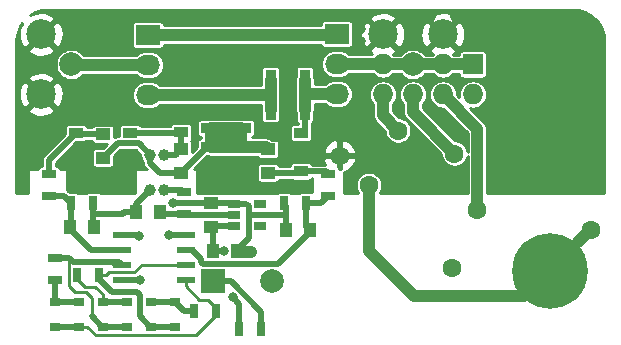
<source format=gtl>
G04 #@! TF.GenerationSoftware,KiCad,Pcbnew,5.1.4+dfsg1-1~bpo10+1*
G04 #@! TF.CreationDate,2019-10-02T20:55:17+02:00*
G04 #@! TF.ProjectId,iak-swr-meter,69616b2d-7377-4722-9d6d-657465722e6b,rev?*
G04 #@! TF.SameCoordinates,Original*
G04 #@! TF.FileFunction,Copper,L1,Top*
G04 #@! TF.FilePolarity,Positive*
%FSLAX46Y46*%
G04 Gerber Fmt 4.6, Leading zero omitted, Abs format (unit mm)*
G04 Created by KiCad (PCBNEW 5.1.4+dfsg1-1~bpo10+1) date 2019-10-02 20:55:17*
%MOMM*%
%LPD*%
G04 APERTURE LIST*
%ADD10C,2.500000*%
%ADD11C,2.000000*%
%ADD12O,1.727200X1.727200*%
%ADD13R,1.727200X1.727200*%
%ADD14O,1.600000X1.600000*%
%ADD15C,1.600000*%
%ADD16C,0.600000*%
%ADD17C,6.400000*%
%ADD18O,2.032000X1.727200*%
%ADD19R,2.032000X1.727200*%
%ADD20C,1.000000*%
%ADD21R,1.000000X1.250000*%
%ADD22R,2.000000X2.000000*%
%ADD23R,0.900000X1.700000*%
%ADD24R,1.700000X0.900000*%
%ADD25R,0.900000X0.800000*%
%ADD26R,1.060000X0.650000*%
%ADD27R,0.700000X1.300000*%
%ADD28R,1.300000X0.700000*%
%ADD29R,1.550000X0.600000*%
%ADD30R,1.220000X0.910000*%
%ADD31R,1.250000X1.000000*%
%ADD32C,0.800000*%
%ADD33C,0.500000*%
%ADD34C,1.000000*%
%ADD35C,0.250000*%
%ADD36C,0.254000*%
G04 APERTURE END LIST*
D10*
X41460000Y15040000D03*
X36380000Y15040000D03*
D11*
X38920000Y12500000D03*
D12*
X36380000Y9960000D03*
X36380000Y12500000D03*
X38920000Y9960000D03*
X41460000Y9960000D03*
X41460000Y12500000D03*
X44000000Y9960000D03*
D13*
X44000000Y12500000D03*
D14*
X54000000Y8500000D03*
D15*
X54000000Y-1500000D03*
D16*
X52197056Y13197056D03*
X50500000Y13900000D03*
X48802944Y13197056D03*
X48100000Y11500000D03*
X48802944Y9802944D03*
X50500000Y9100000D03*
X52197056Y9802944D03*
X52900000Y11500000D03*
D17*
X50500000Y11500000D03*
D16*
X52197056Y-3302944D03*
X50500000Y-2600000D03*
X48802944Y-3302944D03*
X48100000Y-5000000D03*
X48802944Y-6697056D03*
X50500000Y-7400000D03*
X52197056Y-6697056D03*
X52900000Y-5000000D03*
D17*
X50500000Y-5000000D03*
D15*
X42272971Y-4772971D03*
X44394291Y176777D03*
X42449747Y4949747D03*
X37676777Y6894291D03*
X35201903Y2298097D03*
X32727029Y4772971D03*
D18*
X32500000Y10000000D03*
X32500000Y12540000D03*
D19*
X32500000Y15080000D03*
D18*
X16500000Y9920000D03*
X16500000Y12460000D03*
D19*
X16500000Y15000000D03*
D20*
X16672000Y1858000D03*
X16672000Y4858000D03*
X17872000Y4858000D03*
X17872000Y1858000D03*
D10*
X7460000Y9960000D03*
X12540000Y9960000D03*
X7460000Y15040000D03*
X12540000Y15040000D03*
D11*
X10000000Y12500000D03*
D21*
X22000000Y-3302000D03*
X24000000Y-3302000D03*
D11*
X26996400Y-5842000D03*
D22*
X21996400Y-5842000D03*
D23*
X29782000Y11222000D03*
X26882000Y11222000D03*
X29782000Y8682000D03*
X26882000Y8682000D03*
D24*
X24380000Y2600000D03*
X24380000Y5500000D03*
X21840000Y9995800D03*
X21840000Y7095800D03*
X24380000Y9995800D03*
X24380000Y7095800D03*
X21840000Y2600000D03*
X21840000Y5500000D03*
D25*
X18792000Y-7600000D03*
X18792000Y-9700000D03*
X16760000Y-9700000D03*
X16760000Y-7600000D03*
X14728000Y-7600000D03*
X14728000Y-9700000D03*
X12696000Y-9700000D03*
X12696000Y-7600000D03*
X10664000Y-7600000D03*
X10664000Y-9700000D03*
X8632000Y-9700000D03*
X8632000Y-7600000D03*
D26*
X25996000Y710000D03*
X25996000Y-1190000D03*
X23796000Y-1190000D03*
X23796000Y-240000D03*
X23796000Y710000D03*
D27*
X28006000Y762000D03*
X29906000Y762000D03*
D28*
X31750000Y1336000D03*
X31750000Y3236000D03*
D27*
X26096000Y-9906000D03*
X24196000Y-9906000D03*
X11872000Y762000D03*
X9972000Y762000D03*
D28*
X8128000Y1336000D03*
X8128000Y3236000D03*
X19558000Y1712000D03*
X19558000Y-188000D03*
D27*
X20386000Y-8382000D03*
X22286000Y-8382000D03*
X10480000Y-5334000D03*
X12380000Y-5334000D03*
D28*
X8636000Y-5776000D03*
X8636000Y-3876000D03*
D29*
X19714000Y-1919000D03*
X19714000Y-3189000D03*
X19714000Y-4459000D03*
X19714000Y-5729000D03*
X14314000Y-5729000D03*
X14314000Y-4459000D03*
X14314000Y-3189000D03*
X14314000Y-1919000D03*
D30*
X29464000Y6715000D03*
X29464000Y3445000D03*
X14986000Y3445000D03*
X14986000Y6715000D03*
X19304000Y10017000D03*
X19304000Y6747000D03*
X10414000Y6715000D03*
X10414000Y3445000D03*
D21*
X30210000Y-1524000D03*
X28210000Y-1524000D03*
D31*
X26670000Y5318000D03*
X26670000Y3318000D03*
D21*
X9922000Y-1270000D03*
X11922000Y-1270000D03*
D31*
X12700000Y6588000D03*
X12700000Y4588000D03*
X19304000Y5318000D03*
X19304000Y3318000D03*
D21*
X17510000Y0D03*
X15510000Y0D03*
D31*
X21848000Y-1240000D03*
X21848000Y760000D03*
D32*
X22899998Y-3327400D03*
X18262600Y-1955800D03*
X18584608Y797710D03*
X25247600Y-3378200D03*
X15784800Y-5729000D03*
X15748000Y-2032000D03*
X23677246Y-7224943D03*
X18500000Y13000000D03*
X19500000Y13000000D03*
X20500000Y13000000D03*
X21500000Y13000000D03*
X22500000Y13000000D03*
X23500000Y13000000D03*
X24500000Y13000000D03*
X25500000Y13000000D03*
X26500000Y13000000D03*
X27500000Y13000000D03*
X28500000Y13000000D03*
X29500000Y13000000D03*
X30500000Y13000000D03*
X25500000Y8500000D03*
X24500000Y8500000D03*
X23500000Y8500000D03*
X22500000Y8500000D03*
X21500000Y8500000D03*
X20500000Y8500000D03*
X19500000Y8500000D03*
X18500000Y8500000D03*
X17500000Y8500000D03*
X26000000Y7000000D03*
X27000000Y7000000D03*
X28000000Y7000000D03*
X28500000Y12000000D03*
X28500000Y11000000D03*
X28500000Y10000000D03*
X28500000Y9000000D03*
X28500000Y8000000D03*
X28000000Y6000000D03*
X29000000Y5500000D03*
X30000000Y5500000D03*
X31000000Y6000000D03*
X22000000Y4000000D03*
X23000000Y4000000D03*
X24000000Y4000000D03*
X25000000Y4000000D03*
X11000000Y4500000D03*
X10000000Y4500000D03*
X12000000Y3000000D03*
X13000000Y3000000D03*
X14500000Y4500000D03*
X15500000Y4500000D03*
X16500000Y8000000D03*
X15500000Y8000000D03*
X14500000Y8500000D03*
X27500000Y16500000D03*
X26500000Y16500000D03*
X25500000Y16500000D03*
X22500000Y16500000D03*
X23500000Y16500000D03*
X24500000Y16500000D03*
X28500000Y16500000D03*
X29500000Y16500000D03*
X30500000Y16500000D03*
X20500000Y16500000D03*
X21500000Y16500000D03*
X18500000Y16500000D03*
X19500000Y16500000D03*
X17500000Y16500000D03*
X16500000Y16500000D03*
X15500000Y16500000D03*
X14500000Y16500000D03*
X31500000Y16500000D03*
X32500000Y16500000D03*
X33500000Y16500000D03*
X34500000Y16500000D03*
X34500000Y15500000D03*
X34500000Y14500000D03*
X34500000Y11000000D03*
X34500000Y10000000D03*
X34500000Y9000000D03*
X34500000Y8000000D03*
X33500000Y8000000D03*
X32500000Y8000000D03*
X31500000Y8000000D03*
X31000000Y7000000D03*
X40500000Y16500000D03*
X38500000Y16500000D03*
X44500000Y16500000D03*
X42500000Y16500000D03*
X46500000Y16500000D03*
X48500000Y16500000D03*
X52500000Y16500000D03*
X50500000Y16500000D03*
X6000000Y6500000D03*
X6000000Y2500000D03*
X6000000Y12500000D03*
X6000000Y4500000D03*
D33*
X21898000Y-1190000D02*
X21848000Y-1240000D01*
X23796000Y-1190000D02*
X21898000Y-1190000D01*
X22000000Y-1392000D02*
X21848000Y-1240000D01*
X22000000Y-3302000D02*
X22000000Y-1392000D01*
X22025400Y-3327400D02*
X22000000Y-3302000D01*
X22899998Y-3327400D02*
X22025400Y-3327400D01*
X19677200Y-1955800D02*
X19714000Y-1919000D01*
X18262600Y-1955800D02*
X19677200Y-1955800D01*
X22032000Y-5877600D02*
X21996400Y-5842000D01*
X26096000Y-8441600D02*
X26096000Y-8756000D01*
X23496400Y-5842000D02*
X26096000Y-8441600D01*
X21996400Y-5842000D02*
X23496400Y-5842000D01*
X26096000Y-8756000D02*
X26096000Y-9906000D01*
X28210000Y558000D02*
X28006000Y762000D01*
X25304398Y-263400D02*
X28210000Y-263400D01*
X25015999Y520001D02*
X25015999Y24999D01*
X23796000Y710000D02*
X24826000Y710000D01*
X28210000Y-263400D02*
X28210000Y558000D01*
X24826000Y710000D02*
X25015999Y520001D01*
X28210000Y-1524000D02*
X28210000Y-263400D01*
X23746000Y760000D02*
X23796000Y710000D01*
X21848000Y760000D02*
X23746000Y760000D01*
X15510000Y696000D02*
X16672000Y1858000D01*
X15510000Y0D02*
X15510000Y696000D01*
X11872000Y-1220000D02*
X11922000Y-1270000D01*
X14367800Y-142200D02*
X11872000Y-142200D01*
X14510000Y0D02*
X14367800Y-142200D01*
X15510000Y0D02*
X14510000Y0D01*
X11872000Y762000D02*
X11872000Y-142200D01*
X11872000Y-142200D02*
X11872000Y-1220000D01*
X21848000Y760000D02*
X18622318Y760000D01*
X18622318Y760000D02*
X18584608Y797710D01*
X25015999Y-282401D02*
X25169699Y-128701D01*
X25015999Y-2161001D02*
X25015999Y-282401D01*
X24000000Y-3177000D02*
X25015999Y-2161001D01*
X24000000Y-3302000D02*
X24000000Y-3177000D01*
X25015999Y24999D02*
X25169699Y-128701D01*
X25169699Y-128701D02*
X25304398Y-263400D01*
X15510000Y-125000D02*
X15510000Y0D01*
X14314000Y-5729000D02*
X15784800Y-5729000D01*
D34*
X24076200Y-3378200D02*
X24000000Y-3302000D01*
X25247600Y-3378200D02*
X24076200Y-3378200D01*
D33*
X19610000Y-240000D02*
X19558000Y-188000D01*
X23796000Y-240000D02*
X19610000Y-240000D01*
X17698000Y-188000D02*
X17510000Y0D01*
X19558000Y-188000D02*
X17698000Y-188000D01*
X19304000Y6747000D02*
X19304000Y5318000D01*
X19272000Y6715000D02*
X19304000Y6747000D01*
X14986000Y6715000D02*
X19272000Y6715000D01*
X18844000Y4858000D02*
X19304000Y5318000D01*
X17872000Y4858000D02*
X18844000Y4858000D01*
X12573000Y6588000D02*
X12446000Y6715000D01*
X10541000Y6588000D02*
X10414000Y6715000D01*
X12700000Y6588000D02*
X10541000Y6588000D01*
X8128000Y4429000D02*
X10414000Y6715000D01*
X8128000Y3236000D02*
X8128000Y4429000D01*
X9972000Y-1220000D02*
X9922000Y-1270000D01*
X9972000Y762000D02*
X9972000Y-1220000D01*
X9398000Y1336000D02*
X9972000Y762000D01*
X8128000Y1336000D02*
X9398000Y1336000D01*
X14314000Y-3189000D02*
X13839000Y-3189000D01*
X9922000Y-1395000D02*
X9922000Y-1270000D01*
X11716000Y-3189000D02*
X9922000Y-1395000D01*
X14314000Y-3189000D02*
X11716000Y-3189000D01*
X29337000Y3318000D02*
X29464000Y3445000D01*
X26670000Y3318000D02*
X29337000Y3318000D01*
X31541000Y3445000D02*
X31750000Y3236000D01*
X29464000Y3445000D02*
X31541000Y3445000D01*
X31176000Y762000D02*
X31750000Y1336000D01*
X29906000Y762000D02*
X31176000Y762000D01*
X29906000Y-1220000D02*
X30210000Y-1524000D01*
X29906000Y762000D02*
X29906000Y-1220000D01*
X30210000Y-1649000D02*
X30210000Y-1524000D01*
X27481999Y-4377001D02*
X30210000Y-1649000D01*
X21139999Y-4377001D02*
X27481999Y-4377001D01*
X20989000Y-4226002D02*
X21139999Y-4377001D01*
X20989000Y-3989000D02*
X20989000Y-4226002D01*
X20189000Y-3189000D02*
X20989000Y-3989000D01*
X19714000Y-3189000D02*
X20189000Y-3189000D01*
X8632000Y-9700000D02*
X10664000Y-9700000D01*
X8582000Y-9700000D02*
X8632000Y-9700000D01*
X10664000Y-9700000D02*
X10714000Y-9700000D01*
D35*
X19714000Y-6279000D02*
X19714000Y-5729000D01*
X20841999Y-7406999D02*
X19714000Y-6279000D01*
X21610999Y-7406999D02*
X20841999Y-7406999D01*
X22286000Y-8082000D02*
X21610999Y-7406999D01*
X22286000Y-8382000D02*
X22286000Y-8082000D01*
X22286000Y-8682000D02*
X22286000Y-8382000D01*
X20542999Y-10425001D02*
X22286000Y-8682000D01*
X12089001Y-10425001D02*
X20542999Y-10425001D01*
X11364000Y-9700000D02*
X12089001Y-10425001D01*
X10664000Y-9700000D02*
X11364000Y-9700000D01*
D33*
X10664000Y-7600000D02*
X8632000Y-7600000D01*
X8636000Y-7596000D02*
X8632000Y-7600000D01*
X8636000Y-5776000D02*
X8636000Y-7596000D01*
X12762000Y-7534000D02*
X12696000Y-7600000D01*
X12696000Y-7600000D02*
X14728000Y-7600000D01*
D35*
X12696000Y-6950000D02*
X12696000Y-7600000D01*
X12055001Y-6309001D02*
X12696000Y-6950000D01*
X11155001Y-6309001D02*
X12055001Y-6309001D01*
X10480000Y-5334000D02*
X10480000Y-5634000D01*
X10480000Y-5634000D02*
X11155001Y-6309001D01*
D33*
X18726000Y-7534000D02*
X18792000Y-7600000D01*
X18792000Y-7600000D02*
X16760000Y-7600000D01*
X19574000Y-8382000D02*
X18792000Y-7600000D01*
X20386000Y-8382000D02*
X19574000Y-8382000D01*
D34*
X26882000Y11222000D02*
X26882000Y9948000D01*
X26882000Y9948000D02*
X26882000Y8682000D01*
X26830000Y10000000D02*
X26882000Y9948000D01*
X26750000Y9920000D02*
X26830000Y10000000D01*
X16500000Y9920000D02*
X26750000Y9920000D01*
X29782000Y11222000D02*
X29782000Y9868400D01*
X29782000Y9868400D02*
X29782000Y8682000D01*
D33*
X29782000Y7033000D02*
X29464000Y6715000D01*
X29782000Y8682000D02*
X29782000Y7033000D01*
D34*
X29913600Y10000000D02*
X29782000Y9868400D01*
X32500000Y10000000D02*
X29913600Y10000000D01*
D33*
X14314000Y-1919000D02*
X15635000Y-1919000D01*
X15635000Y-1919000D02*
X15748000Y-2032000D01*
X24196000Y-9906000D02*
X24196000Y-7743697D01*
X24077245Y-7624942D02*
X23677246Y-7224943D01*
X24196000Y-7743697D02*
X24077245Y-7624942D01*
X12696000Y-9700000D02*
X14728000Y-9700000D01*
X11746000Y-8800000D02*
X12646000Y-9700000D01*
X12646000Y-9700000D02*
X12696000Y-9700000D01*
X14706600Y-9678600D02*
X14728000Y-9700000D01*
X14314000Y-4459000D02*
X13698998Y-4459000D01*
X10143999Y-4233999D02*
X9786000Y-3876000D01*
X14088999Y-4233999D02*
X10143999Y-4233999D01*
X9786000Y-3876000D02*
X8636000Y-3876000D01*
X14314000Y-4459000D02*
X14088999Y-4233999D01*
D35*
X11746000Y-7286410D02*
X11241390Y-6781800D01*
X10342798Y-6781800D02*
X9786000Y-6225002D01*
X9786000Y-6225002D02*
X9786000Y-3876000D01*
X11746000Y-8800000D02*
X11746000Y-7286410D01*
X11241390Y-6781800D02*
X10342798Y-6781800D01*
D33*
X15810000Y-8800000D02*
X16710000Y-9700000D01*
X16710000Y-9700000D02*
X16760000Y-9700000D01*
X16760000Y-9700000D02*
X18792000Y-9700000D01*
X15810000Y-7021998D02*
X15810000Y-8800000D01*
X15538001Y-6749999D02*
X15810000Y-7021998D01*
X13495999Y-6749999D02*
X15538001Y-6749999D01*
X12380000Y-5634000D02*
X13495999Y-6749999D01*
X12380000Y-5334000D02*
X12380000Y-5634000D01*
D35*
X12980000Y-5334000D02*
X12380000Y-5334000D01*
X13229999Y-5084001D02*
X12980000Y-5334000D01*
X15349001Y-5084001D02*
X13229999Y-5084001D01*
X15974002Y-4459000D02*
X15349001Y-5084001D01*
X19714000Y-4459000D02*
X15974002Y-4459000D01*
D34*
X21840000Y5500000D02*
X24380000Y5500000D01*
X21840000Y7095800D02*
X24380000Y7095800D01*
X21840000Y6340000D02*
X24340000Y6340000D01*
X24380000Y7095800D02*
X24380000Y6380000D01*
X24340000Y6340000D02*
X24380000Y6380000D01*
X24380000Y6380000D02*
X24380000Y5500000D01*
X21840000Y7095800D02*
X21840000Y6340000D01*
X21840000Y6340000D02*
X21840000Y5500000D01*
X26488000Y5500000D02*
X26670000Y5318000D01*
X24380000Y5500000D02*
X26488000Y5500000D01*
D33*
X21486000Y5500000D02*
X19304000Y3318000D01*
X21840000Y5500000D02*
X21486000Y5500000D01*
X19179000Y3318000D02*
X19304000Y3318000D01*
X16672000Y4150894D02*
X16672000Y4858000D01*
X17504894Y3318000D02*
X16672000Y4150894D01*
X19304000Y3318000D02*
X17504894Y3318000D01*
X15720001Y5809999D02*
X16672000Y4858000D01*
X14015999Y5809999D02*
X15720001Y5809999D01*
X12700000Y4588000D02*
X13968999Y5856999D01*
X13968999Y5856999D02*
X14015999Y5809999D01*
X19412000Y1858000D02*
X19558000Y1712000D01*
X17872000Y1858000D02*
X19412000Y1858000D01*
D34*
X10040000Y12460000D02*
X10000000Y12500000D01*
X16500000Y12460000D02*
X10040000Y12460000D01*
X32420000Y15000000D02*
X32500000Y15080000D01*
X16500000Y15000000D02*
X32420000Y15000000D01*
X36380000Y8191068D02*
X37676777Y6894291D01*
X36380000Y9960000D02*
X36380000Y8191068D01*
X38920000Y8479494D02*
X42449747Y4949747D01*
X38920000Y9960000D02*
X38920000Y8479494D01*
X44394291Y7025709D02*
X44394291Y176777D01*
X41460000Y9960000D02*
X44394291Y7025709D01*
X35201903Y2298097D02*
X35201903Y-3324903D01*
X35201903Y-3324903D02*
X39014400Y-7137400D01*
X39014400Y-7137400D02*
X48302943Y-7137400D01*
X53200001Y-2299999D02*
X52937057Y-2562943D01*
X54000000Y-1500000D02*
X53200001Y-2299999D01*
X36340000Y12540000D02*
X36380000Y12500000D01*
X32500000Y12540000D02*
X36340000Y12540000D01*
X36380000Y12500000D02*
X38920000Y12500000D01*
X38920000Y12500000D02*
X41460000Y12500000D01*
X41460000Y12500000D02*
X44000000Y12500000D01*
D36*
G36*
X11771430Y5962257D02*
G01*
X11801794Y5905450D01*
X11842657Y5855657D01*
X11892450Y5814794D01*
X11949257Y5784430D01*
X12010897Y5765732D01*
X12075000Y5759418D01*
X13055417Y5759418D01*
X12712581Y5416582D01*
X12075000Y5416582D01*
X12010897Y5410268D01*
X11949257Y5391570D01*
X11892450Y5361206D01*
X11842657Y5320343D01*
X11801794Y5270550D01*
X11771430Y5213743D01*
X11752732Y5152103D01*
X11746418Y5088000D01*
X11746418Y4088000D01*
X11752732Y4023897D01*
X11771430Y3962257D01*
X11801794Y3905450D01*
X11842657Y3855657D01*
X11892450Y3814794D01*
X11949257Y3784430D01*
X12010897Y3765732D01*
X12075000Y3759418D01*
X13325000Y3759418D01*
X13389103Y3765732D01*
X13450743Y3784430D01*
X13507550Y3814794D01*
X13557343Y3855657D01*
X13598206Y3905450D01*
X13628570Y3962257D01*
X13647268Y4023897D01*
X13653582Y4088000D01*
X13653582Y4725581D01*
X14161000Y5232999D01*
X15481000Y5232999D01*
X15845000Y4868999D01*
X15845000Y4776548D01*
X15876782Y4616773D01*
X15939123Y4466269D01*
X16029628Y4330819D01*
X16095000Y4265447D01*
X16095000Y4179225D01*
X16092210Y4150894D01*
X16095000Y4122563D01*
X16095000Y4122559D01*
X16096544Y4106886D01*
X16103349Y4037783D01*
X16114519Y4000963D01*
X16136343Y3929019D01*
X16189921Y3828780D01*
X16262026Y3740920D01*
X16284038Y3722855D01*
X16379893Y3627000D01*
X15500000Y3627000D01*
X15475224Y3624560D01*
X15451399Y3617333D01*
X15429443Y3605597D01*
X15410197Y3589803D01*
X15394403Y3570557D01*
X15382667Y3548601D01*
X15375440Y3524776D01*
X15373000Y3500000D01*
X15373000Y1627000D01*
X12468576Y1627000D01*
X12454343Y1644343D01*
X12404550Y1685206D01*
X12347743Y1715570D01*
X12286103Y1734268D01*
X12222000Y1740582D01*
X11522000Y1740582D01*
X11457897Y1734268D01*
X11396257Y1715570D01*
X11339450Y1685206D01*
X11289657Y1644343D01*
X11275424Y1627000D01*
X10568576Y1627000D01*
X10554343Y1644343D01*
X10504550Y1685206D01*
X10447743Y1715570D01*
X10386103Y1734268D01*
X10322000Y1740582D01*
X9812399Y1740582D01*
X9807974Y1745974D01*
X9720115Y1818079D01*
X9627000Y1867849D01*
X9627000Y3500000D01*
X9624560Y3524776D01*
X9617333Y3548601D01*
X9605597Y3570557D01*
X9589803Y3589803D01*
X9570557Y3605597D01*
X9548601Y3617333D01*
X9524776Y3624560D01*
X9500000Y3627000D01*
X9102544Y3627000D01*
X9100268Y3650103D01*
X9081570Y3711743D01*
X9051206Y3768550D01*
X9010343Y3818343D01*
X8960550Y3859206D01*
X8903743Y3889570D01*
X8842103Y3908268D01*
X8778000Y3914582D01*
X8705000Y3914582D01*
X8705000Y4189999D01*
X10446420Y5931418D01*
X11024000Y5931418D01*
X11088103Y5937732D01*
X11149743Y5956430D01*
X11206550Y5986794D01*
X11236046Y6011000D01*
X11756644Y6011000D01*
X11771430Y5962257D01*
X11771430Y5962257D01*
G37*
X11771430Y5962257D02*
X11801794Y5905450D01*
X11842657Y5855657D01*
X11892450Y5814794D01*
X11949257Y5784430D01*
X12010897Y5765732D01*
X12075000Y5759418D01*
X13055417Y5759418D01*
X12712581Y5416582D01*
X12075000Y5416582D01*
X12010897Y5410268D01*
X11949257Y5391570D01*
X11892450Y5361206D01*
X11842657Y5320343D01*
X11801794Y5270550D01*
X11771430Y5213743D01*
X11752732Y5152103D01*
X11746418Y5088000D01*
X11746418Y4088000D01*
X11752732Y4023897D01*
X11771430Y3962257D01*
X11801794Y3905450D01*
X11842657Y3855657D01*
X11892450Y3814794D01*
X11949257Y3784430D01*
X12010897Y3765732D01*
X12075000Y3759418D01*
X13325000Y3759418D01*
X13389103Y3765732D01*
X13450743Y3784430D01*
X13507550Y3814794D01*
X13557343Y3855657D01*
X13598206Y3905450D01*
X13628570Y3962257D01*
X13647268Y4023897D01*
X13653582Y4088000D01*
X13653582Y4725581D01*
X14161000Y5232999D01*
X15481000Y5232999D01*
X15845000Y4868999D01*
X15845000Y4776548D01*
X15876782Y4616773D01*
X15939123Y4466269D01*
X16029628Y4330819D01*
X16095000Y4265447D01*
X16095000Y4179225D01*
X16092210Y4150894D01*
X16095000Y4122563D01*
X16095000Y4122559D01*
X16096544Y4106886D01*
X16103349Y4037783D01*
X16114519Y4000963D01*
X16136343Y3929019D01*
X16189921Y3828780D01*
X16262026Y3740920D01*
X16284038Y3722855D01*
X16379893Y3627000D01*
X15500000Y3627000D01*
X15475224Y3624560D01*
X15451399Y3617333D01*
X15429443Y3605597D01*
X15410197Y3589803D01*
X15394403Y3570557D01*
X15382667Y3548601D01*
X15375440Y3524776D01*
X15373000Y3500000D01*
X15373000Y1627000D01*
X12468576Y1627000D01*
X12454343Y1644343D01*
X12404550Y1685206D01*
X12347743Y1715570D01*
X12286103Y1734268D01*
X12222000Y1740582D01*
X11522000Y1740582D01*
X11457897Y1734268D01*
X11396257Y1715570D01*
X11339450Y1685206D01*
X11289657Y1644343D01*
X11275424Y1627000D01*
X10568576Y1627000D01*
X10554343Y1644343D01*
X10504550Y1685206D01*
X10447743Y1715570D01*
X10386103Y1734268D01*
X10322000Y1740582D01*
X9812399Y1740582D01*
X9807974Y1745974D01*
X9720115Y1818079D01*
X9627000Y1867849D01*
X9627000Y3500000D01*
X9624560Y3524776D01*
X9617333Y3548601D01*
X9605597Y3570557D01*
X9589803Y3589803D01*
X9570557Y3605597D01*
X9548601Y3617333D01*
X9524776Y3624560D01*
X9500000Y3627000D01*
X9102544Y3627000D01*
X9100268Y3650103D01*
X9081570Y3711743D01*
X9051206Y3768550D01*
X9010343Y3818343D01*
X8960550Y3859206D01*
X8903743Y3889570D01*
X8842103Y3908268D01*
X8778000Y3914582D01*
X8705000Y3914582D01*
X8705000Y4189999D01*
X10446420Y5931418D01*
X11024000Y5931418D01*
X11088103Y5937732D01*
X11149743Y5956430D01*
X11206550Y5986794D01*
X11236046Y6011000D01*
X11756644Y6011000D01*
X11771430Y5962257D01*
G36*
X53014003Y17095913D02*
G01*
X53508427Y16946639D01*
X53964449Y16704168D01*
X54364680Y16377748D01*
X54693894Y15979797D01*
X54939537Y15525487D01*
X55092262Y15032115D01*
X55147991Y14501883D01*
X55148001Y14499060D01*
X55148000Y1627000D01*
X45221291Y1627000D01*
X45221291Y6985096D01*
X45225291Y7025710D01*
X45221291Y7066324D01*
X45221291Y7066333D01*
X45209325Y7187829D01*
X45162036Y7343719D01*
X45124572Y7413809D01*
X45085243Y7487390D01*
X45007793Y7581761D01*
X45007792Y7581762D01*
X44981897Y7613315D01*
X44950345Y7639209D01*
X43806894Y8782660D01*
X43941519Y8769400D01*
X44058481Y8769400D01*
X44233398Y8786628D01*
X44457827Y8854707D01*
X44664662Y8965263D01*
X44845954Y9114046D01*
X44885107Y9161754D01*
X49873000Y9161754D01*
X49873000Y9038246D01*
X49897095Y8917111D01*
X49944360Y8803004D01*
X50012977Y8700311D01*
X50100311Y8612977D01*
X50203004Y8544360D01*
X50317111Y8497095D01*
X50438246Y8473000D01*
X50561754Y8473000D01*
X50682889Y8497095D01*
X50796996Y8544360D01*
X50899689Y8612977D01*
X50987023Y8700311D01*
X51055640Y8803004D01*
X51102905Y8917111D01*
X51127000Y9038246D01*
X51127000Y9161754D01*
X51102905Y9282889D01*
X51055640Y9396996D01*
X50987023Y9499689D01*
X50899689Y9587023D01*
X50796996Y9655640D01*
X50682889Y9702905D01*
X50561754Y9727000D01*
X50438246Y9727000D01*
X50317111Y9702905D01*
X50203004Y9655640D01*
X50100311Y9587023D01*
X50012977Y9499689D01*
X49944360Y9396996D01*
X49897095Y9282889D01*
X49873000Y9161754D01*
X44885107Y9161754D01*
X44994737Y9295338D01*
X45105293Y9502173D01*
X45173372Y9726602D01*
X45186973Y9864698D01*
X48175944Y9864698D01*
X48175944Y9741190D01*
X48200039Y9620055D01*
X48247304Y9505948D01*
X48315921Y9403255D01*
X48403255Y9315921D01*
X48505948Y9247304D01*
X48620055Y9200039D01*
X48741190Y9175944D01*
X48864698Y9175944D01*
X48985833Y9200039D01*
X49099940Y9247304D01*
X49202633Y9315921D01*
X49289967Y9403255D01*
X49358584Y9505948D01*
X49405849Y9620055D01*
X49429944Y9741190D01*
X49429944Y9864698D01*
X51570056Y9864698D01*
X51570056Y9741190D01*
X51594151Y9620055D01*
X51641416Y9505948D01*
X51710033Y9403255D01*
X51797367Y9315921D01*
X51900060Y9247304D01*
X52014167Y9200039D01*
X52135302Y9175944D01*
X52258810Y9175944D01*
X52379945Y9200039D01*
X52494052Y9247304D01*
X52596745Y9315921D01*
X52684079Y9403255D01*
X52752696Y9505948D01*
X52799961Y9620055D01*
X52824056Y9741190D01*
X52824056Y9864698D01*
X52799961Y9985833D01*
X52752696Y10099940D01*
X52684079Y10202633D01*
X52596745Y10289967D01*
X52494052Y10358584D01*
X52379945Y10405849D01*
X52258810Y10429944D01*
X52135302Y10429944D01*
X52014167Y10405849D01*
X51900060Y10358584D01*
X51797367Y10289967D01*
X51710033Y10202633D01*
X51641416Y10099940D01*
X51594151Y9985833D01*
X51570056Y9864698D01*
X49429944Y9864698D01*
X49405849Y9985833D01*
X49358584Y10099940D01*
X49289967Y10202633D01*
X49202633Y10289967D01*
X49099940Y10358584D01*
X48985833Y10405849D01*
X48864698Y10429944D01*
X48741190Y10429944D01*
X48620055Y10405849D01*
X48505948Y10358584D01*
X48403255Y10289967D01*
X48315921Y10202633D01*
X48247304Y10099940D01*
X48200039Y9985833D01*
X48175944Y9864698D01*
X45186973Y9864698D01*
X45196360Y9960000D01*
X45173372Y10193398D01*
X45105293Y10417827D01*
X44994737Y10624662D01*
X44845954Y10805954D01*
X44664662Y10954737D01*
X44457827Y11065293D01*
X44233398Y11133372D01*
X44058481Y11150600D01*
X43941519Y11150600D01*
X43766602Y11133372D01*
X43542173Y11065293D01*
X43335338Y10954737D01*
X43154046Y10805954D01*
X43005263Y10624662D01*
X42894707Y10417827D01*
X42826628Y10193398D01*
X42803640Y9960000D01*
X42822660Y9766894D01*
X42653956Y9935597D01*
X42656360Y9960000D01*
X42633372Y10193398D01*
X42565293Y10417827D01*
X42454737Y10624662D01*
X42305954Y10805954D01*
X42124662Y10954737D01*
X41917827Y11065293D01*
X41693398Y11133372D01*
X41518481Y11150600D01*
X41401519Y11150600D01*
X41226602Y11133372D01*
X41002173Y11065293D01*
X40795338Y10954737D01*
X40614046Y10805954D01*
X40465263Y10624662D01*
X40354707Y10417827D01*
X40286628Y10193398D01*
X40263640Y9960000D01*
X40286628Y9726602D01*
X40354707Y9502173D01*
X40465263Y9295338D01*
X40614046Y9114046D01*
X40795338Y8965263D01*
X41002173Y8854707D01*
X41226602Y8786628D01*
X41401519Y8769400D01*
X41481047Y8769400D01*
X43567291Y6683155D01*
X43567291Y5108284D01*
X43533437Y5278481D01*
X43448481Y5483582D01*
X43325145Y5668168D01*
X43168168Y5825145D01*
X42983582Y5948481D01*
X42778481Y6033437D01*
X42560747Y6076747D01*
X42492301Y6076747D01*
X39747000Y8822047D01*
X39747000Y9098491D01*
X39765954Y9114046D01*
X39914737Y9295338D01*
X40025293Y9502173D01*
X40093372Y9726602D01*
X40116360Y9960000D01*
X40093372Y10193398D01*
X40025293Y10417827D01*
X39914737Y10624662D01*
X39765954Y10805954D01*
X39584662Y10954737D01*
X39377827Y11065293D01*
X39153398Y11133372D01*
X38978481Y11150600D01*
X38861519Y11150600D01*
X38686602Y11133372D01*
X38462173Y11065293D01*
X38255338Y10954737D01*
X38074046Y10805954D01*
X37925263Y10624662D01*
X37814707Y10417827D01*
X37746628Y10193398D01*
X37723640Y9960000D01*
X37746628Y9726602D01*
X37814707Y9502173D01*
X37925263Y9295338D01*
X38074046Y9114046D01*
X38093001Y9098490D01*
X38093001Y8520117D01*
X38089000Y8479494D01*
X38104967Y8317374D01*
X38152256Y8161484D01*
X38229048Y8017815D01*
X38306498Y7923443D01*
X38332395Y7891888D01*
X38363948Y7865993D01*
X41322747Y4907193D01*
X41322747Y4838747D01*
X41366057Y4621013D01*
X41451013Y4415912D01*
X41574349Y4231326D01*
X41731326Y4074349D01*
X41915912Y3951013D01*
X42121013Y3866057D01*
X42338747Y3822747D01*
X42560747Y3822747D01*
X42778481Y3866057D01*
X42983582Y3951013D01*
X43168168Y4074349D01*
X43325145Y4231326D01*
X43448481Y4415912D01*
X43533437Y4621013D01*
X43567291Y4791210D01*
X43567292Y1627000D01*
X36108922Y1627000D01*
X36200637Y1764262D01*
X36285593Y1969363D01*
X36328903Y2187097D01*
X36328903Y2409097D01*
X36285593Y2626831D01*
X36200637Y2831932D01*
X36077301Y3016518D01*
X35920324Y3173495D01*
X35735738Y3296831D01*
X35530637Y3381787D01*
X35312903Y3425097D01*
X35090903Y3425097D01*
X34873169Y3381787D01*
X34668068Y3296831D01*
X34483482Y3173495D01*
X34326505Y3016518D01*
X34203169Y2831932D01*
X34118213Y2626831D01*
X34074903Y2409097D01*
X34074903Y2187097D01*
X34118213Y1969363D01*
X34203169Y1764262D01*
X34294884Y1627000D01*
X33127000Y1627000D01*
X33127000Y3392007D01*
X33343320Y3469367D01*
X33585799Y3614648D01*
X33795276Y3804443D01*
X33963700Y4031458D01*
X34084600Y4286969D01*
X34125817Y4422842D01*
X34003922Y4645971D01*
X32854029Y4645971D01*
X32854029Y3627000D01*
X32724544Y3627000D01*
X32722268Y3650103D01*
X32703570Y3711743D01*
X32673206Y3768550D01*
X32632343Y3818343D01*
X32600029Y3844862D01*
X32600029Y4466363D01*
X32712888Y4579222D01*
X32533280Y4758830D01*
X32420421Y4645971D01*
X31450136Y4645971D01*
X31328241Y4422842D01*
X31423425Y4156680D01*
X31504118Y4022000D01*
X30378705Y4022000D01*
X30377570Y4025743D01*
X30347206Y4082550D01*
X30306343Y4132343D01*
X30256550Y4173206D01*
X30199743Y4203570D01*
X30138103Y4222268D01*
X30074000Y4228582D01*
X28854000Y4228582D01*
X28789897Y4222268D01*
X28728257Y4203570D01*
X28671450Y4173206D01*
X28621657Y4132343D01*
X28580794Y4082550D01*
X28550430Y4025743D01*
X28531732Y3964103D01*
X28525418Y3900000D01*
X28525418Y3895000D01*
X27613356Y3895000D01*
X27598570Y3943743D01*
X27568206Y4000550D01*
X27527343Y4050343D01*
X27477550Y4091206D01*
X27420743Y4121570D01*
X27359103Y4140268D01*
X27295000Y4146582D01*
X26045000Y4146582D01*
X25980897Y4140268D01*
X25919257Y4121570D01*
X25862450Y4091206D01*
X25812657Y4050343D01*
X25771794Y4000550D01*
X25741430Y3943743D01*
X25722732Y3882103D01*
X25716418Y3818000D01*
X25716418Y2818000D01*
X25722732Y2753897D01*
X25741430Y2692257D01*
X25771794Y2635450D01*
X25812657Y2585657D01*
X25862450Y2544794D01*
X25919257Y2514430D01*
X25980897Y2495732D01*
X26045000Y2489418D01*
X27295000Y2489418D01*
X27359103Y2495732D01*
X27420743Y2514430D01*
X27477550Y2544794D01*
X27527343Y2585657D01*
X27568206Y2635450D01*
X27598570Y2692257D01*
X27613356Y2741000D01*
X28641954Y2741000D01*
X28671450Y2716794D01*
X28728257Y2686430D01*
X28789897Y2667732D01*
X28854000Y2661418D01*
X30074000Y2661418D01*
X30138103Y2667732D01*
X30199743Y2686430D01*
X30256550Y2716794D01*
X30306343Y2757657D01*
X30347206Y2807450D01*
X30373000Y2855707D01*
X30373000Y1718222D01*
X30320103Y1734268D01*
X30256000Y1740582D01*
X29556000Y1740582D01*
X29491897Y1734268D01*
X29430257Y1715570D01*
X29373450Y1685206D01*
X29323657Y1644343D01*
X29309424Y1627000D01*
X28602576Y1627000D01*
X28588343Y1644343D01*
X28538550Y1685206D01*
X28481743Y1715570D01*
X28420103Y1734268D01*
X28356000Y1740582D01*
X27656000Y1740582D01*
X27591897Y1734268D01*
X27530257Y1715570D01*
X27473450Y1685206D01*
X27423657Y1644343D01*
X27409424Y1627000D01*
X20627000Y1627000D01*
X20627000Y3500000D01*
X20624560Y3524776D01*
X20617333Y3548601D01*
X20605597Y3570557D01*
X20589803Y3589803D01*
X20570557Y3605597D01*
X20548601Y3617333D01*
X20524776Y3624560D01*
X20500000Y3627000D01*
X20429001Y3627000D01*
X21523420Y4721418D01*
X21557715Y4721418D01*
X21677880Y4684966D01*
X21799376Y4673000D01*
X21840000Y4668999D01*
X21880624Y4673000D01*
X24339376Y4673000D01*
X24380000Y4668999D01*
X24420624Y4673000D01*
X25751723Y4673000D01*
X25771794Y4635450D01*
X25812657Y4585657D01*
X25862450Y4544794D01*
X25919257Y4514430D01*
X25980897Y4495732D01*
X26045000Y4489418D01*
X26645449Y4489418D01*
X26670000Y4487000D01*
X26694551Y4489418D01*
X27295000Y4489418D01*
X27359103Y4495732D01*
X27420743Y4514430D01*
X27477550Y4544794D01*
X27527343Y4585657D01*
X27568206Y4635450D01*
X27598570Y4692257D01*
X27617268Y4753897D01*
X27623582Y4818000D01*
X27623582Y5123100D01*
X31328241Y5123100D01*
X31450136Y4899971D01*
X32600029Y4899971D01*
X32600029Y6049864D01*
X32854029Y6049864D01*
X32854029Y4899971D01*
X34003922Y4899971D01*
X34125817Y5123100D01*
X34030633Y5389262D01*
X33885352Y5631741D01*
X33695557Y5841218D01*
X33468542Y6009642D01*
X33213031Y6130542D01*
X33077158Y6171759D01*
X32854029Y6049864D01*
X32600029Y6049864D01*
X32376900Y6171759D01*
X32110738Y6076575D01*
X31868259Y5931294D01*
X31658782Y5741499D01*
X31490358Y5514484D01*
X31369458Y5258973D01*
X31328241Y5123100D01*
X27623582Y5123100D01*
X27623582Y5818000D01*
X27617268Y5882103D01*
X27598570Y5943743D01*
X27568206Y6000550D01*
X27527343Y6050343D01*
X27477550Y6091206D01*
X27420743Y6121570D01*
X27359103Y6140268D01*
X27295000Y6146582D01*
X27003744Y6146582D01*
X26949679Y6190952D01*
X26806010Y6267745D01*
X26650120Y6315034D01*
X26528624Y6327000D01*
X26528614Y6327000D01*
X26488000Y6331000D01*
X26447386Y6327000D01*
X25305536Y6327000D01*
X25355743Y6342230D01*
X25412550Y6372594D01*
X25462343Y6413457D01*
X25503206Y6463250D01*
X25533570Y6520057D01*
X25552268Y6581697D01*
X25558582Y6645800D01*
X25558582Y7170000D01*
X28525418Y7170000D01*
X28525418Y6260000D01*
X28531732Y6195897D01*
X28550430Y6134257D01*
X28580794Y6077450D01*
X28621657Y6027657D01*
X28671450Y5986794D01*
X28728257Y5956430D01*
X28789897Y5937732D01*
X28854000Y5931418D01*
X30074000Y5931418D01*
X30138103Y5937732D01*
X30199743Y5956430D01*
X30256550Y5986794D01*
X30306343Y6027657D01*
X30347206Y6077450D01*
X30377570Y6134257D01*
X30396268Y6195897D01*
X30402582Y6260000D01*
X30402582Y7170000D01*
X30396268Y7234103D01*
X30377570Y7295743D01*
X30359000Y7330485D01*
X30359000Y7529102D01*
X30414550Y7558794D01*
X30464343Y7599657D01*
X30505206Y7649450D01*
X30535570Y7706257D01*
X30554268Y7767897D01*
X30560582Y7832000D01*
X30560582Y8399715D01*
X30597034Y8519880D01*
X30609000Y8641376D01*
X30609000Y9173000D01*
X31486091Y9173000D01*
X31501646Y9154046D01*
X31682938Y9005263D01*
X31889773Y8894707D01*
X32114202Y8826628D01*
X32289119Y8809400D01*
X32710881Y8809400D01*
X32885798Y8826628D01*
X33110227Y8894707D01*
X33317062Y9005263D01*
X33498354Y9154046D01*
X33647137Y9335338D01*
X33757693Y9542173D01*
X33825772Y9766602D01*
X33844820Y9960000D01*
X35183640Y9960000D01*
X35206628Y9726602D01*
X35274707Y9502173D01*
X35385263Y9295338D01*
X35534046Y9114046D01*
X35553000Y9098490D01*
X35553001Y8231691D01*
X35549000Y8191068D01*
X35564967Y8028948D01*
X35612256Y7873058D01*
X35689048Y7729389D01*
X35766498Y7635017D01*
X35792395Y7603462D01*
X35823947Y7577568D01*
X36549777Y6851737D01*
X36549777Y6783291D01*
X36593087Y6565557D01*
X36678043Y6360456D01*
X36801379Y6175870D01*
X36958356Y6018893D01*
X37142942Y5895557D01*
X37348043Y5810601D01*
X37565777Y5767291D01*
X37787777Y5767291D01*
X38005511Y5810601D01*
X38210612Y5895557D01*
X38395198Y6018893D01*
X38552175Y6175870D01*
X38675511Y6360456D01*
X38760467Y6565557D01*
X38803777Y6783291D01*
X38803777Y7005291D01*
X38760467Y7223025D01*
X38675511Y7428126D01*
X38552175Y7612712D01*
X38395198Y7769689D01*
X38210612Y7893025D01*
X38005511Y7977981D01*
X37787777Y8021291D01*
X37719331Y8021291D01*
X37207000Y8533621D01*
X37207000Y9098491D01*
X37225954Y9114046D01*
X37374737Y9295338D01*
X37485293Y9502173D01*
X37553372Y9726602D01*
X37576360Y9960000D01*
X37553372Y10193398D01*
X37485293Y10417827D01*
X37374737Y10624662D01*
X37225954Y10805954D01*
X37044662Y10954737D01*
X36837827Y11065293D01*
X36613398Y11133372D01*
X36438481Y11150600D01*
X36321519Y11150600D01*
X36146602Y11133372D01*
X35922173Y11065293D01*
X35715338Y10954737D01*
X35534046Y10805954D01*
X35385263Y10624662D01*
X35274707Y10417827D01*
X35206628Y10193398D01*
X35183640Y9960000D01*
X33844820Y9960000D01*
X33848760Y10000000D01*
X33825772Y10233398D01*
X33757693Y10457827D01*
X33647137Y10664662D01*
X33498354Y10845954D01*
X33317062Y10994737D01*
X33110227Y11105293D01*
X32885798Y11173372D01*
X32710881Y11190600D01*
X32289119Y11190600D01*
X32114202Y11173372D01*
X31889773Y11105293D01*
X31682938Y10994737D01*
X31501646Y10845954D01*
X31486091Y10827000D01*
X30609000Y10827000D01*
X30609000Y11262624D01*
X30597034Y11384120D01*
X30560582Y11504285D01*
X30560582Y12072000D01*
X30554268Y12136103D01*
X30535570Y12197743D01*
X30505206Y12254550D01*
X30464343Y12304343D01*
X30414550Y12345206D01*
X30357743Y12375570D01*
X30296103Y12394268D01*
X30232000Y12400582D01*
X29332000Y12400582D01*
X29267897Y12394268D01*
X29206257Y12375570D01*
X29149450Y12345206D01*
X29099657Y12304343D01*
X29058794Y12254550D01*
X29028430Y12197743D01*
X29009732Y12136103D01*
X29003418Y12072000D01*
X29003418Y11504284D01*
X28966966Y11384119D01*
X28955000Y11262623D01*
X28955001Y9909033D01*
X28955000Y9909023D01*
X28955000Y9909014D01*
X28951000Y9868400D01*
X28955000Y9827786D01*
X28955001Y8641376D01*
X28966967Y8519880D01*
X29003418Y8399718D01*
X29003418Y7832000D01*
X29009732Y7767897D01*
X29028430Y7706257D01*
X29058794Y7649450D01*
X29099657Y7599657D01*
X29149450Y7558794D01*
X29205001Y7529102D01*
X29205001Y7498582D01*
X28854000Y7498582D01*
X28789897Y7492268D01*
X28728257Y7473570D01*
X28671450Y7443206D01*
X28621657Y7402343D01*
X28580794Y7352550D01*
X28550430Y7295743D01*
X28531732Y7234103D01*
X28525418Y7170000D01*
X25558582Y7170000D01*
X25558582Y7545800D01*
X25552268Y7609903D01*
X25533570Y7671543D01*
X25503206Y7728350D01*
X25462343Y7778143D01*
X25412550Y7819006D01*
X25355743Y7849370D01*
X25294103Y7868068D01*
X25230000Y7874382D01*
X24662285Y7874382D01*
X24542120Y7910834D01*
X24420624Y7922800D01*
X24380000Y7926801D01*
X24339376Y7922800D01*
X21880624Y7922800D01*
X21840000Y7926801D01*
X21799376Y7922800D01*
X21677880Y7910834D01*
X21557715Y7874382D01*
X20990000Y7874382D01*
X20925897Y7868068D01*
X20864257Y7849370D01*
X20807450Y7819006D01*
X20757657Y7778143D01*
X20716794Y7728350D01*
X20686430Y7671543D01*
X20667732Y7609903D01*
X20661418Y7545800D01*
X20661418Y6645800D01*
X20667732Y6581697D01*
X20686430Y6520057D01*
X20716794Y6463250D01*
X20757657Y6413457D01*
X20807450Y6372594D01*
X20864257Y6342230D01*
X20925897Y6323532D01*
X20990000Y6317218D01*
X21011243Y6317218D01*
X21013000Y6299376D01*
X21013000Y6278582D01*
X20990000Y6278582D01*
X20925897Y6272268D01*
X20864257Y6253570D01*
X20807450Y6223206D01*
X20757657Y6182343D01*
X20716794Y6132550D01*
X20686430Y6075743D01*
X20667732Y6014103D01*
X20661418Y5950000D01*
X20661418Y5491420D01*
X20257582Y5087584D01*
X20257582Y5818000D01*
X20251268Y5882103D01*
X20232570Y5943743D01*
X20202206Y6000550D01*
X20161343Y6050343D01*
X20147812Y6061447D01*
X20187206Y6109450D01*
X20217570Y6166257D01*
X20236268Y6227897D01*
X20242582Y6292000D01*
X20242582Y7202000D01*
X20236268Y7266103D01*
X20217570Y7327743D01*
X20187206Y7384550D01*
X20146343Y7434343D01*
X20096550Y7475206D01*
X20039743Y7505570D01*
X19978103Y7524268D01*
X19914000Y7530582D01*
X18694000Y7530582D01*
X18629897Y7524268D01*
X18568257Y7505570D01*
X18511450Y7475206D01*
X18461657Y7434343D01*
X18420794Y7384550D01*
X18390430Y7327743D01*
X18379588Y7292000D01*
X15900705Y7292000D01*
X15899570Y7295743D01*
X15869206Y7352550D01*
X15828343Y7402343D01*
X15778550Y7443206D01*
X15721743Y7473570D01*
X15660103Y7492268D01*
X15596000Y7498582D01*
X14376000Y7498582D01*
X14311897Y7492268D01*
X14250257Y7473570D01*
X14193450Y7443206D01*
X14143657Y7402343D01*
X14102794Y7352550D01*
X14072430Y7295743D01*
X14053732Y7234103D01*
X14047418Y7170000D01*
X14047418Y6429067D01*
X13968999Y6436790D01*
X13855887Y6425650D01*
X13747122Y6392656D01*
X13653582Y6342657D01*
X13653582Y7088000D01*
X13647268Y7152103D01*
X13628570Y7213743D01*
X13598206Y7270550D01*
X13557343Y7320343D01*
X13507550Y7361206D01*
X13450743Y7391570D01*
X13389103Y7410268D01*
X13325000Y7416582D01*
X12075000Y7416582D01*
X12010897Y7410268D01*
X11949257Y7391570D01*
X11892450Y7361206D01*
X11842657Y7320343D01*
X11801794Y7270550D01*
X11771430Y7213743D01*
X11756644Y7165000D01*
X11352582Y7165000D01*
X11352582Y7170000D01*
X11346268Y7234103D01*
X11327570Y7295743D01*
X11297206Y7352550D01*
X11256343Y7402343D01*
X11206550Y7443206D01*
X11149743Y7473570D01*
X11088103Y7492268D01*
X11024000Y7498582D01*
X9804000Y7498582D01*
X9739897Y7492268D01*
X9678257Y7473570D01*
X9621450Y7443206D01*
X9571657Y7402343D01*
X9530794Y7352550D01*
X9500430Y7295743D01*
X9481732Y7234103D01*
X9475418Y7170000D01*
X9475418Y6592420D01*
X7740033Y4857034D01*
X7718027Y4838974D01*
X7699966Y4816967D01*
X7699963Y4816964D01*
X7693467Y4809048D01*
X7645922Y4751115D01*
X7635002Y4730684D01*
X7592344Y4650876D01*
X7559349Y4542111D01*
X7548210Y4429000D01*
X7551001Y4400659D01*
X7551001Y3914582D01*
X7478000Y3914582D01*
X7413897Y3908268D01*
X7352257Y3889570D01*
X7295450Y3859206D01*
X7245657Y3818343D01*
X7204794Y3768550D01*
X7174430Y3711743D01*
X7155732Y3650103D01*
X7153456Y3627000D01*
X6500000Y3627000D01*
X6475224Y3624560D01*
X6451399Y3617333D01*
X6429443Y3605597D01*
X6410197Y3589803D01*
X6394403Y3570557D01*
X6382667Y3548601D01*
X6375440Y3524776D01*
X6373000Y3500128D01*
X6371113Y1627000D01*
X5352000Y1627000D01*
X5352000Y8646395D01*
X6326000Y8646395D01*
X6451914Y8356423D01*
X6784126Y8190567D01*
X7142312Y8092710D01*
X7512706Y8066611D01*
X7881075Y8113275D01*
X8233262Y8230906D01*
X8468086Y8356423D01*
X8594000Y8646395D01*
X7460000Y9780395D01*
X6326000Y8646395D01*
X5352000Y8646395D01*
X5352000Y9907294D01*
X5566611Y9907294D01*
X5613275Y9538925D01*
X5730906Y9186738D01*
X5856423Y8951914D01*
X6146395Y8826000D01*
X7280395Y9960000D01*
X7639605Y9960000D01*
X8773605Y8826000D01*
X9063577Y8951914D01*
X9229433Y9284126D01*
X9327290Y9642312D01*
X9346856Y9920000D01*
X15151240Y9920000D01*
X15174228Y9686602D01*
X15242307Y9462173D01*
X15352863Y9255338D01*
X15501646Y9074046D01*
X15682938Y8925263D01*
X15889773Y8814707D01*
X16114202Y8746628D01*
X16289119Y8729400D01*
X16710881Y8729400D01*
X16885798Y8746628D01*
X17110227Y8814707D01*
X17317062Y8925263D01*
X17498354Y9074046D01*
X17513909Y9093000D01*
X26055001Y9093000D01*
X26055001Y8641376D01*
X26066967Y8519880D01*
X26103418Y8399718D01*
X26103418Y7832000D01*
X26109732Y7767897D01*
X26128430Y7706257D01*
X26158794Y7649450D01*
X26199657Y7599657D01*
X26249450Y7558794D01*
X26306257Y7528430D01*
X26367897Y7509732D01*
X26432000Y7503418D01*
X27332000Y7503418D01*
X27396103Y7509732D01*
X27457743Y7528430D01*
X27514550Y7558794D01*
X27564343Y7599657D01*
X27605206Y7649450D01*
X27635570Y7706257D01*
X27654268Y7767897D01*
X27660582Y7832000D01*
X27660582Y8399715D01*
X27697034Y8519880D01*
X27709000Y8641376D01*
X27709000Y9907387D01*
X27713000Y9948001D01*
X27709000Y9988615D01*
X27709000Y11262624D01*
X27697034Y11384120D01*
X27660582Y11504285D01*
X27660582Y12072000D01*
X27654268Y12136103D01*
X27635570Y12197743D01*
X27605206Y12254550D01*
X27564343Y12304343D01*
X27514550Y12345206D01*
X27457743Y12375570D01*
X27396103Y12394268D01*
X27332000Y12400582D01*
X26432000Y12400582D01*
X26367897Y12394268D01*
X26306257Y12375570D01*
X26249450Y12345206D01*
X26199657Y12304343D01*
X26158794Y12254550D01*
X26128430Y12197743D01*
X26109732Y12136103D01*
X26103418Y12072000D01*
X26103418Y11504284D01*
X26066966Y11384119D01*
X26055000Y11262623D01*
X26055000Y10747000D01*
X25360177Y10747000D01*
X25355743Y10749370D01*
X25294103Y10768068D01*
X25230000Y10774382D01*
X23530000Y10774382D01*
X23465897Y10768068D01*
X23404257Y10749370D01*
X23399823Y10747000D01*
X22820177Y10747000D01*
X22815743Y10749370D01*
X22754103Y10768068D01*
X22690000Y10774382D01*
X20990000Y10774382D01*
X20925897Y10768068D01*
X20864257Y10749370D01*
X20859823Y10747000D01*
X20093194Y10747000D01*
X20039743Y10775570D01*
X19978103Y10794268D01*
X19914000Y10800582D01*
X18694000Y10800582D01*
X18629897Y10794268D01*
X18568257Y10775570D01*
X18514806Y10747000D01*
X17513909Y10747000D01*
X17498354Y10765954D01*
X17317062Y10914737D01*
X17110227Y11025293D01*
X16885798Y11093372D01*
X16710881Y11110600D01*
X16289119Y11110600D01*
X16114202Y11093372D01*
X15889773Y11025293D01*
X15682938Y10914737D01*
X15501646Y10765954D01*
X15352863Y10584662D01*
X15242307Y10377827D01*
X15174228Y10153398D01*
X15151240Y9920000D01*
X9346856Y9920000D01*
X9353389Y10012706D01*
X9306725Y10381075D01*
X9189094Y10733262D01*
X9063577Y10968086D01*
X8773605Y11094000D01*
X7639605Y9960000D01*
X7280395Y9960000D01*
X6146395Y11094000D01*
X5856423Y10968086D01*
X5690567Y10635874D01*
X5592710Y10277688D01*
X5566611Y9907294D01*
X5352000Y9907294D01*
X5352000Y11273605D01*
X6326000Y11273605D01*
X7460000Y10139605D01*
X8594000Y11273605D01*
X8468086Y11563577D01*
X8135874Y11729433D01*
X7777688Y11827290D01*
X7407294Y11853389D01*
X7038925Y11806725D01*
X6686738Y11689094D01*
X6451914Y11563577D01*
X6326000Y11273605D01*
X5352000Y11273605D01*
X5352000Y12630698D01*
X8673000Y12630698D01*
X8673000Y12369302D01*
X8723996Y12112928D01*
X8824028Y11871430D01*
X8969252Y11654087D01*
X9154087Y11469252D01*
X9371430Y11324028D01*
X9612928Y11223996D01*
X9869302Y11173000D01*
X10130698Y11173000D01*
X10387072Y11223996D01*
X10628570Y11324028D01*
X10845913Y11469252D01*
X11009661Y11633000D01*
X15486091Y11633000D01*
X15501646Y11614046D01*
X15682938Y11465263D01*
X15889773Y11354707D01*
X16114202Y11286628D01*
X16289119Y11269400D01*
X16710881Y11269400D01*
X16885798Y11286628D01*
X17110227Y11354707D01*
X17317062Y11465263D01*
X17498354Y11614046D01*
X17647137Y11795338D01*
X17757693Y12002173D01*
X17825772Y12226602D01*
X17848760Y12460000D01*
X17840881Y12540000D01*
X31151240Y12540000D01*
X31174228Y12306602D01*
X31242307Y12082173D01*
X31352863Y11875338D01*
X31501646Y11694046D01*
X31682938Y11545263D01*
X31889773Y11434707D01*
X32114202Y11366628D01*
X32289119Y11349400D01*
X32710881Y11349400D01*
X32885798Y11366628D01*
X33110227Y11434707D01*
X33317062Y11545263D01*
X33498354Y11694046D01*
X33513909Y11713000D01*
X35485664Y11713000D01*
X35534046Y11654046D01*
X35715338Y11505263D01*
X35922173Y11394707D01*
X36146602Y11326628D01*
X36321519Y11309400D01*
X36438481Y11309400D01*
X36613398Y11326628D01*
X36837827Y11394707D01*
X37044662Y11505263D01*
X37225954Y11654046D01*
X37241509Y11673000D01*
X37876615Y11673000D01*
X37889252Y11654087D01*
X38074087Y11469252D01*
X38291430Y11324028D01*
X38532928Y11223996D01*
X38789302Y11173000D01*
X39050698Y11173000D01*
X39307072Y11223996D01*
X39548570Y11324028D01*
X39765913Y11469252D01*
X39950748Y11654087D01*
X39963385Y11673000D01*
X40598491Y11673000D01*
X40614046Y11654046D01*
X40795338Y11505263D01*
X41002173Y11394707D01*
X41226602Y11326628D01*
X41401519Y11309400D01*
X41518481Y11309400D01*
X41693398Y11326628D01*
X41917827Y11394707D01*
X42124662Y11505263D01*
X42305954Y11654046D01*
X42321509Y11673000D01*
X42807818Y11673000D01*
X42807818Y11636400D01*
X42814132Y11572297D01*
X42832830Y11510657D01*
X42863194Y11453850D01*
X42904057Y11404057D01*
X42953850Y11363194D01*
X43010657Y11332830D01*
X43072297Y11314132D01*
X43136400Y11307818D01*
X44863600Y11307818D01*
X44927703Y11314132D01*
X44989343Y11332830D01*
X45046150Y11363194D01*
X45095943Y11404057D01*
X45136806Y11453850D01*
X45167170Y11510657D01*
X45182669Y11561754D01*
X47473000Y11561754D01*
X47473000Y11438246D01*
X47497095Y11317111D01*
X47544360Y11203004D01*
X47612977Y11100311D01*
X47700311Y11012977D01*
X47803004Y10944360D01*
X47917111Y10897095D01*
X48038246Y10873000D01*
X48161754Y10873000D01*
X48282889Y10897095D01*
X48396996Y10944360D01*
X48499689Y11012977D01*
X48587023Y11100311D01*
X48655640Y11203004D01*
X48702905Y11317111D01*
X48727000Y11438246D01*
X48727000Y11561754D01*
X52273000Y11561754D01*
X52273000Y11438246D01*
X52297095Y11317111D01*
X52344360Y11203004D01*
X52412977Y11100311D01*
X52500311Y11012977D01*
X52603004Y10944360D01*
X52717111Y10897095D01*
X52838246Y10873000D01*
X52961754Y10873000D01*
X53082889Y10897095D01*
X53196996Y10944360D01*
X53299689Y11012977D01*
X53387023Y11100311D01*
X53455640Y11203004D01*
X53502905Y11317111D01*
X53527000Y11438246D01*
X53527000Y11561754D01*
X53502905Y11682889D01*
X53455640Y11796996D01*
X53387023Y11899689D01*
X53299689Y11987023D01*
X53196996Y12055640D01*
X53082889Y12102905D01*
X52961754Y12127000D01*
X52838246Y12127000D01*
X52717111Y12102905D01*
X52603004Y12055640D01*
X52500311Y11987023D01*
X52412977Y11899689D01*
X52344360Y11796996D01*
X52297095Y11682889D01*
X52273000Y11561754D01*
X48727000Y11561754D01*
X48702905Y11682889D01*
X48655640Y11796996D01*
X48587023Y11899689D01*
X48499689Y11987023D01*
X48396996Y12055640D01*
X48282889Y12102905D01*
X48161754Y12127000D01*
X48038246Y12127000D01*
X47917111Y12102905D01*
X47803004Y12055640D01*
X47700311Y11987023D01*
X47612977Y11899689D01*
X47544360Y11796996D01*
X47497095Y11682889D01*
X47473000Y11561754D01*
X45182669Y11561754D01*
X45185868Y11572297D01*
X45192182Y11636400D01*
X45192182Y13258810D01*
X48175944Y13258810D01*
X48175944Y13135302D01*
X48200039Y13014167D01*
X48247304Y12900060D01*
X48315921Y12797367D01*
X48403255Y12710033D01*
X48505948Y12641416D01*
X48620055Y12594151D01*
X48741190Y12570056D01*
X48864698Y12570056D01*
X48985833Y12594151D01*
X49099940Y12641416D01*
X49202633Y12710033D01*
X49289967Y12797367D01*
X49358584Y12900060D01*
X49405849Y13014167D01*
X49429944Y13135302D01*
X49429944Y13258810D01*
X51570056Y13258810D01*
X51570056Y13135302D01*
X51594151Y13014167D01*
X51641416Y12900060D01*
X51710033Y12797367D01*
X51797367Y12710033D01*
X51900060Y12641416D01*
X52014167Y12594151D01*
X52135302Y12570056D01*
X52258810Y12570056D01*
X52379945Y12594151D01*
X52494052Y12641416D01*
X52596745Y12710033D01*
X52684079Y12797367D01*
X52752696Y12900060D01*
X52799961Y13014167D01*
X52824056Y13135302D01*
X52824056Y13258810D01*
X52799961Y13379945D01*
X52752696Y13494052D01*
X52684079Y13596745D01*
X52596745Y13684079D01*
X52494052Y13752696D01*
X52379945Y13799961D01*
X52258810Y13824056D01*
X52135302Y13824056D01*
X52014167Y13799961D01*
X51900060Y13752696D01*
X51797367Y13684079D01*
X51710033Y13596745D01*
X51641416Y13494052D01*
X51594151Y13379945D01*
X51570056Y13258810D01*
X49429944Y13258810D01*
X49405849Y13379945D01*
X49358584Y13494052D01*
X49289967Y13596745D01*
X49202633Y13684079D01*
X49099940Y13752696D01*
X48985833Y13799961D01*
X48864698Y13824056D01*
X48741190Y13824056D01*
X48620055Y13799961D01*
X48505948Y13752696D01*
X48403255Y13684079D01*
X48315921Y13596745D01*
X48247304Y13494052D01*
X48200039Y13379945D01*
X48175944Y13258810D01*
X45192182Y13258810D01*
X45192182Y13363600D01*
X45185868Y13427703D01*
X45167170Y13489343D01*
X45136806Y13546150D01*
X45095943Y13595943D01*
X45046150Y13636806D01*
X44989343Y13667170D01*
X44927703Y13685868D01*
X44863600Y13692182D01*
X43136400Y13692182D01*
X43072297Y13685868D01*
X43010657Y13667170D01*
X42953850Y13636806D01*
X42904057Y13595943D01*
X42863194Y13546150D01*
X42832830Y13489343D01*
X42814132Y13427703D01*
X42807818Y13363600D01*
X42807818Y13327000D01*
X42321509Y13327000D01*
X42305954Y13345954D01*
X42303145Y13348259D01*
X42468086Y13436423D01*
X42594000Y13726395D01*
X41460000Y14860395D01*
X40326000Y13726395D01*
X40451914Y13436423D01*
X40621262Y13351876D01*
X40614046Y13345954D01*
X40598491Y13327000D01*
X39963385Y13327000D01*
X39950748Y13345913D01*
X39765913Y13530748D01*
X39548570Y13675972D01*
X39307072Y13776004D01*
X39050698Y13827000D01*
X38789302Y13827000D01*
X38532928Y13776004D01*
X38291430Y13675972D01*
X38074087Y13530748D01*
X37889252Y13345913D01*
X37876615Y13327000D01*
X37241509Y13327000D01*
X37225954Y13345954D01*
X37223145Y13348259D01*
X37388086Y13436423D01*
X37514000Y13726395D01*
X36380000Y14860395D01*
X35246000Y13726395D01*
X35371914Y13436423D01*
X35510969Y13367000D01*
X33513909Y13367000D01*
X33498354Y13385954D01*
X33317062Y13534737D01*
X33110227Y13645293D01*
X32885798Y13713372D01*
X32710881Y13730600D01*
X32289119Y13730600D01*
X32114202Y13713372D01*
X31889773Y13645293D01*
X31682938Y13534737D01*
X31501646Y13385954D01*
X31352863Y13204662D01*
X31242307Y12997827D01*
X31174228Y12773398D01*
X31151240Y12540000D01*
X17840881Y12540000D01*
X17825772Y12693398D01*
X17757693Y12917827D01*
X17647137Y13124662D01*
X17498354Y13305954D01*
X17317062Y13454737D01*
X17110227Y13565293D01*
X16885798Y13633372D01*
X16710881Y13650600D01*
X16289119Y13650600D01*
X16114202Y13633372D01*
X15889773Y13565293D01*
X15682938Y13454737D01*
X15501646Y13305954D01*
X15486091Y13287000D01*
X11070112Y13287000D01*
X11030748Y13345913D01*
X10845913Y13530748D01*
X10628570Y13675972D01*
X10387072Y13776004D01*
X10130698Y13827000D01*
X9869302Y13827000D01*
X9612928Y13776004D01*
X9371430Y13675972D01*
X9154087Y13530748D01*
X8969252Y13345913D01*
X8824028Y13128570D01*
X8723996Y12887072D01*
X8673000Y12630698D01*
X5352000Y12630698D01*
X5352000Y13726395D01*
X6326000Y13726395D01*
X6451914Y13436423D01*
X6784126Y13270567D01*
X7142312Y13172710D01*
X7512706Y13146611D01*
X7881075Y13193275D01*
X8233262Y13310906D01*
X8468086Y13436423D01*
X8594000Y13726395D01*
X7460000Y14860395D01*
X6326000Y13726395D01*
X5352000Y13726395D01*
X5352000Y14482785D01*
X5404087Y15014003D01*
X5553361Y15508427D01*
X5795832Y15964449D01*
X5844395Y16023995D01*
X5690567Y15715874D01*
X5592710Y15357688D01*
X5566611Y14987294D01*
X5613275Y14618925D01*
X5730906Y14266738D01*
X5856423Y14031914D01*
X6146395Y13906000D01*
X7280395Y15040000D01*
X7639605Y15040000D01*
X8773605Y13906000D01*
X9063577Y14031914D01*
X9229433Y14364126D01*
X9327290Y14722312D01*
X9353389Y15092706D01*
X9306725Y15461075D01*
X9189094Y15813262D01*
X9162188Y15863600D01*
X15155418Y15863600D01*
X15155418Y14136400D01*
X15161732Y14072297D01*
X15180430Y14010657D01*
X15210794Y13953850D01*
X15251657Y13904057D01*
X15301450Y13863194D01*
X15358257Y13832830D01*
X15419897Y13814132D01*
X15484000Y13807818D01*
X17516000Y13807818D01*
X17580103Y13814132D01*
X17641743Y13832830D01*
X17698550Y13863194D01*
X17748343Y13904057D01*
X17789206Y13953850D01*
X17819570Y14010657D01*
X17838268Y14072297D01*
X17844582Y14136400D01*
X17844582Y14173000D01*
X31159693Y14173000D01*
X31161732Y14152297D01*
X31180430Y14090657D01*
X31210794Y14033850D01*
X31251657Y13984057D01*
X31301450Y13943194D01*
X31358257Y13912830D01*
X31419897Y13894132D01*
X31484000Y13887818D01*
X33516000Y13887818D01*
X33580103Y13894132D01*
X33641743Y13912830D01*
X33698550Y13943194D01*
X33748343Y13984057D01*
X33789206Y14033850D01*
X33819570Y14090657D01*
X33838268Y14152297D01*
X33844582Y14216400D01*
X33844582Y14987294D01*
X34486611Y14987294D01*
X34533275Y14618925D01*
X34650906Y14266738D01*
X34776423Y14031914D01*
X35066395Y13906000D01*
X36200395Y15040000D01*
X36559605Y15040000D01*
X37693605Y13906000D01*
X37983577Y14031914D01*
X38149433Y14364126D01*
X38247290Y14722312D01*
X38265961Y14987294D01*
X39566611Y14987294D01*
X39613275Y14618925D01*
X39730906Y14266738D01*
X39856423Y14031914D01*
X40146395Y13906000D01*
X41280395Y15040000D01*
X41639605Y15040000D01*
X42773605Y13906000D01*
X42902002Y13961754D01*
X49873000Y13961754D01*
X49873000Y13838246D01*
X49897095Y13717111D01*
X49944360Y13603004D01*
X50012977Y13500311D01*
X50100311Y13412977D01*
X50203004Y13344360D01*
X50317111Y13297095D01*
X50438246Y13273000D01*
X50561754Y13273000D01*
X50682889Y13297095D01*
X50796996Y13344360D01*
X50899689Y13412977D01*
X50987023Y13500311D01*
X51055640Y13603004D01*
X51102905Y13717111D01*
X51127000Y13838246D01*
X51127000Y13961754D01*
X51102905Y14082889D01*
X51055640Y14196996D01*
X50987023Y14299689D01*
X50899689Y14387023D01*
X50796996Y14455640D01*
X50682889Y14502905D01*
X50561754Y14527000D01*
X50438246Y14527000D01*
X50317111Y14502905D01*
X50203004Y14455640D01*
X50100311Y14387023D01*
X50012977Y14299689D01*
X49944360Y14196996D01*
X49897095Y14082889D01*
X49873000Y13961754D01*
X42902002Y13961754D01*
X43063577Y14031914D01*
X43229433Y14364126D01*
X43327290Y14722312D01*
X43353389Y15092706D01*
X43306725Y15461075D01*
X43189094Y15813262D01*
X43063577Y16048086D01*
X42773605Y16174000D01*
X41639605Y15040000D01*
X41280395Y15040000D01*
X40146395Y16174000D01*
X39856423Y16048086D01*
X39690567Y15715874D01*
X39592710Y15357688D01*
X39566611Y14987294D01*
X38265961Y14987294D01*
X38273389Y15092706D01*
X38226725Y15461075D01*
X38109094Y15813262D01*
X37983577Y16048086D01*
X37693605Y16174000D01*
X36559605Y15040000D01*
X36200395Y15040000D01*
X35066395Y16174000D01*
X34776423Y16048086D01*
X34610567Y15715874D01*
X34512710Y15357688D01*
X34486611Y14987294D01*
X33844582Y14987294D01*
X33844582Y15943600D01*
X33838268Y16007703D01*
X33819570Y16069343D01*
X33789206Y16126150D01*
X33748343Y16175943D01*
X33698550Y16216806D01*
X33641743Y16247170D01*
X33580103Y16265868D01*
X33516000Y16272182D01*
X31484000Y16272182D01*
X31419897Y16265868D01*
X31358257Y16247170D01*
X31301450Y16216806D01*
X31251657Y16175943D01*
X31210794Y16126150D01*
X31180430Y16069343D01*
X31161732Y16007703D01*
X31155418Y15943600D01*
X31155418Y15827000D01*
X17844582Y15827000D01*
X17844582Y15863600D01*
X17838268Y15927703D01*
X17819570Y15989343D01*
X17789206Y16046150D01*
X17748343Y16095943D01*
X17698550Y16136806D01*
X17641743Y16167170D01*
X17580103Y16185868D01*
X17516000Y16192182D01*
X15484000Y16192182D01*
X15419897Y16185868D01*
X15358257Y16167170D01*
X15301450Y16136806D01*
X15251657Y16095943D01*
X15210794Y16046150D01*
X15180430Y15989343D01*
X15161732Y15927703D01*
X15155418Y15863600D01*
X9162188Y15863600D01*
X9063577Y16048086D01*
X8773605Y16174000D01*
X7639605Y15040000D01*
X7280395Y15040000D01*
X7266253Y15054143D01*
X7445858Y15233748D01*
X7460000Y15219605D01*
X8594000Y16353605D01*
X35246000Y16353605D01*
X36380000Y15219605D01*
X37514000Y16353605D01*
X40326000Y16353605D01*
X41460000Y15219605D01*
X42594000Y16353605D01*
X42468086Y16643577D01*
X42135874Y16809433D01*
X41777688Y16907290D01*
X41407294Y16933389D01*
X41038925Y16886725D01*
X40686738Y16769094D01*
X40451914Y16643577D01*
X40326000Y16353605D01*
X37514000Y16353605D01*
X37388086Y16643577D01*
X37055874Y16809433D01*
X36697688Y16907290D01*
X36327294Y16933389D01*
X35958925Y16886725D01*
X35606738Y16769094D01*
X35371914Y16643577D01*
X35246000Y16353605D01*
X8594000Y16353605D01*
X8468086Y16643577D01*
X8135874Y16809433D01*
X7777688Y16907290D01*
X7407294Y16933389D01*
X7038925Y16886725D01*
X6686738Y16769094D01*
X6473012Y16654854D01*
X6520203Y16693894D01*
X6974513Y16939537D01*
X7467885Y17092262D01*
X7998117Y17147991D01*
X8000653Y17148000D01*
X52482785Y17148000D01*
X53014003Y17095913D01*
X53014003Y17095913D01*
G37*
X53014003Y17095913D02*
X53508427Y16946639D01*
X53964449Y16704168D01*
X54364680Y16377748D01*
X54693894Y15979797D01*
X54939537Y15525487D01*
X55092262Y15032115D01*
X55147991Y14501883D01*
X55148001Y14499060D01*
X55148000Y1627000D01*
X45221291Y1627000D01*
X45221291Y6985096D01*
X45225291Y7025710D01*
X45221291Y7066324D01*
X45221291Y7066333D01*
X45209325Y7187829D01*
X45162036Y7343719D01*
X45124572Y7413809D01*
X45085243Y7487390D01*
X45007793Y7581761D01*
X45007792Y7581762D01*
X44981897Y7613315D01*
X44950345Y7639209D01*
X43806894Y8782660D01*
X43941519Y8769400D01*
X44058481Y8769400D01*
X44233398Y8786628D01*
X44457827Y8854707D01*
X44664662Y8965263D01*
X44845954Y9114046D01*
X44885107Y9161754D01*
X49873000Y9161754D01*
X49873000Y9038246D01*
X49897095Y8917111D01*
X49944360Y8803004D01*
X50012977Y8700311D01*
X50100311Y8612977D01*
X50203004Y8544360D01*
X50317111Y8497095D01*
X50438246Y8473000D01*
X50561754Y8473000D01*
X50682889Y8497095D01*
X50796996Y8544360D01*
X50899689Y8612977D01*
X50987023Y8700311D01*
X51055640Y8803004D01*
X51102905Y8917111D01*
X51127000Y9038246D01*
X51127000Y9161754D01*
X51102905Y9282889D01*
X51055640Y9396996D01*
X50987023Y9499689D01*
X50899689Y9587023D01*
X50796996Y9655640D01*
X50682889Y9702905D01*
X50561754Y9727000D01*
X50438246Y9727000D01*
X50317111Y9702905D01*
X50203004Y9655640D01*
X50100311Y9587023D01*
X50012977Y9499689D01*
X49944360Y9396996D01*
X49897095Y9282889D01*
X49873000Y9161754D01*
X44885107Y9161754D01*
X44994737Y9295338D01*
X45105293Y9502173D01*
X45173372Y9726602D01*
X45186973Y9864698D01*
X48175944Y9864698D01*
X48175944Y9741190D01*
X48200039Y9620055D01*
X48247304Y9505948D01*
X48315921Y9403255D01*
X48403255Y9315921D01*
X48505948Y9247304D01*
X48620055Y9200039D01*
X48741190Y9175944D01*
X48864698Y9175944D01*
X48985833Y9200039D01*
X49099940Y9247304D01*
X49202633Y9315921D01*
X49289967Y9403255D01*
X49358584Y9505948D01*
X49405849Y9620055D01*
X49429944Y9741190D01*
X49429944Y9864698D01*
X51570056Y9864698D01*
X51570056Y9741190D01*
X51594151Y9620055D01*
X51641416Y9505948D01*
X51710033Y9403255D01*
X51797367Y9315921D01*
X51900060Y9247304D01*
X52014167Y9200039D01*
X52135302Y9175944D01*
X52258810Y9175944D01*
X52379945Y9200039D01*
X52494052Y9247304D01*
X52596745Y9315921D01*
X52684079Y9403255D01*
X52752696Y9505948D01*
X52799961Y9620055D01*
X52824056Y9741190D01*
X52824056Y9864698D01*
X52799961Y9985833D01*
X52752696Y10099940D01*
X52684079Y10202633D01*
X52596745Y10289967D01*
X52494052Y10358584D01*
X52379945Y10405849D01*
X52258810Y10429944D01*
X52135302Y10429944D01*
X52014167Y10405849D01*
X51900060Y10358584D01*
X51797367Y10289967D01*
X51710033Y10202633D01*
X51641416Y10099940D01*
X51594151Y9985833D01*
X51570056Y9864698D01*
X49429944Y9864698D01*
X49405849Y9985833D01*
X49358584Y10099940D01*
X49289967Y10202633D01*
X49202633Y10289967D01*
X49099940Y10358584D01*
X48985833Y10405849D01*
X48864698Y10429944D01*
X48741190Y10429944D01*
X48620055Y10405849D01*
X48505948Y10358584D01*
X48403255Y10289967D01*
X48315921Y10202633D01*
X48247304Y10099940D01*
X48200039Y9985833D01*
X48175944Y9864698D01*
X45186973Y9864698D01*
X45196360Y9960000D01*
X45173372Y10193398D01*
X45105293Y10417827D01*
X44994737Y10624662D01*
X44845954Y10805954D01*
X44664662Y10954737D01*
X44457827Y11065293D01*
X44233398Y11133372D01*
X44058481Y11150600D01*
X43941519Y11150600D01*
X43766602Y11133372D01*
X43542173Y11065293D01*
X43335338Y10954737D01*
X43154046Y10805954D01*
X43005263Y10624662D01*
X42894707Y10417827D01*
X42826628Y10193398D01*
X42803640Y9960000D01*
X42822660Y9766894D01*
X42653956Y9935597D01*
X42656360Y9960000D01*
X42633372Y10193398D01*
X42565293Y10417827D01*
X42454737Y10624662D01*
X42305954Y10805954D01*
X42124662Y10954737D01*
X41917827Y11065293D01*
X41693398Y11133372D01*
X41518481Y11150600D01*
X41401519Y11150600D01*
X41226602Y11133372D01*
X41002173Y11065293D01*
X40795338Y10954737D01*
X40614046Y10805954D01*
X40465263Y10624662D01*
X40354707Y10417827D01*
X40286628Y10193398D01*
X40263640Y9960000D01*
X40286628Y9726602D01*
X40354707Y9502173D01*
X40465263Y9295338D01*
X40614046Y9114046D01*
X40795338Y8965263D01*
X41002173Y8854707D01*
X41226602Y8786628D01*
X41401519Y8769400D01*
X41481047Y8769400D01*
X43567291Y6683155D01*
X43567291Y5108284D01*
X43533437Y5278481D01*
X43448481Y5483582D01*
X43325145Y5668168D01*
X43168168Y5825145D01*
X42983582Y5948481D01*
X42778481Y6033437D01*
X42560747Y6076747D01*
X42492301Y6076747D01*
X39747000Y8822047D01*
X39747000Y9098491D01*
X39765954Y9114046D01*
X39914737Y9295338D01*
X40025293Y9502173D01*
X40093372Y9726602D01*
X40116360Y9960000D01*
X40093372Y10193398D01*
X40025293Y10417827D01*
X39914737Y10624662D01*
X39765954Y10805954D01*
X39584662Y10954737D01*
X39377827Y11065293D01*
X39153398Y11133372D01*
X38978481Y11150600D01*
X38861519Y11150600D01*
X38686602Y11133372D01*
X38462173Y11065293D01*
X38255338Y10954737D01*
X38074046Y10805954D01*
X37925263Y10624662D01*
X37814707Y10417827D01*
X37746628Y10193398D01*
X37723640Y9960000D01*
X37746628Y9726602D01*
X37814707Y9502173D01*
X37925263Y9295338D01*
X38074046Y9114046D01*
X38093001Y9098490D01*
X38093001Y8520117D01*
X38089000Y8479494D01*
X38104967Y8317374D01*
X38152256Y8161484D01*
X38229048Y8017815D01*
X38306498Y7923443D01*
X38332395Y7891888D01*
X38363948Y7865993D01*
X41322747Y4907193D01*
X41322747Y4838747D01*
X41366057Y4621013D01*
X41451013Y4415912D01*
X41574349Y4231326D01*
X41731326Y4074349D01*
X41915912Y3951013D01*
X42121013Y3866057D01*
X42338747Y3822747D01*
X42560747Y3822747D01*
X42778481Y3866057D01*
X42983582Y3951013D01*
X43168168Y4074349D01*
X43325145Y4231326D01*
X43448481Y4415912D01*
X43533437Y4621013D01*
X43567291Y4791210D01*
X43567292Y1627000D01*
X36108922Y1627000D01*
X36200637Y1764262D01*
X36285593Y1969363D01*
X36328903Y2187097D01*
X36328903Y2409097D01*
X36285593Y2626831D01*
X36200637Y2831932D01*
X36077301Y3016518D01*
X35920324Y3173495D01*
X35735738Y3296831D01*
X35530637Y3381787D01*
X35312903Y3425097D01*
X35090903Y3425097D01*
X34873169Y3381787D01*
X34668068Y3296831D01*
X34483482Y3173495D01*
X34326505Y3016518D01*
X34203169Y2831932D01*
X34118213Y2626831D01*
X34074903Y2409097D01*
X34074903Y2187097D01*
X34118213Y1969363D01*
X34203169Y1764262D01*
X34294884Y1627000D01*
X33127000Y1627000D01*
X33127000Y3392007D01*
X33343320Y3469367D01*
X33585799Y3614648D01*
X33795276Y3804443D01*
X33963700Y4031458D01*
X34084600Y4286969D01*
X34125817Y4422842D01*
X34003922Y4645971D01*
X32854029Y4645971D01*
X32854029Y3627000D01*
X32724544Y3627000D01*
X32722268Y3650103D01*
X32703570Y3711743D01*
X32673206Y3768550D01*
X32632343Y3818343D01*
X32600029Y3844862D01*
X32600029Y4466363D01*
X32712888Y4579222D01*
X32533280Y4758830D01*
X32420421Y4645971D01*
X31450136Y4645971D01*
X31328241Y4422842D01*
X31423425Y4156680D01*
X31504118Y4022000D01*
X30378705Y4022000D01*
X30377570Y4025743D01*
X30347206Y4082550D01*
X30306343Y4132343D01*
X30256550Y4173206D01*
X30199743Y4203570D01*
X30138103Y4222268D01*
X30074000Y4228582D01*
X28854000Y4228582D01*
X28789897Y4222268D01*
X28728257Y4203570D01*
X28671450Y4173206D01*
X28621657Y4132343D01*
X28580794Y4082550D01*
X28550430Y4025743D01*
X28531732Y3964103D01*
X28525418Y3900000D01*
X28525418Y3895000D01*
X27613356Y3895000D01*
X27598570Y3943743D01*
X27568206Y4000550D01*
X27527343Y4050343D01*
X27477550Y4091206D01*
X27420743Y4121570D01*
X27359103Y4140268D01*
X27295000Y4146582D01*
X26045000Y4146582D01*
X25980897Y4140268D01*
X25919257Y4121570D01*
X25862450Y4091206D01*
X25812657Y4050343D01*
X25771794Y4000550D01*
X25741430Y3943743D01*
X25722732Y3882103D01*
X25716418Y3818000D01*
X25716418Y2818000D01*
X25722732Y2753897D01*
X25741430Y2692257D01*
X25771794Y2635450D01*
X25812657Y2585657D01*
X25862450Y2544794D01*
X25919257Y2514430D01*
X25980897Y2495732D01*
X26045000Y2489418D01*
X27295000Y2489418D01*
X27359103Y2495732D01*
X27420743Y2514430D01*
X27477550Y2544794D01*
X27527343Y2585657D01*
X27568206Y2635450D01*
X27598570Y2692257D01*
X27613356Y2741000D01*
X28641954Y2741000D01*
X28671450Y2716794D01*
X28728257Y2686430D01*
X28789897Y2667732D01*
X28854000Y2661418D01*
X30074000Y2661418D01*
X30138103Y2667732D01*
X30199743Y2686430D01*
X30256550Y2716794D01*
X30306343Y2757657D01*
X30347206Y2807450D01*
X30373000Y2855707D01*
X30373000Y1718222D01*
X30320103Y1734268D01*
X30256000Y1740582D01*
X29556000Y1740582D01*
X29491897Y1734268D01*
X29430257Y1715570D01*
X29373450Y1685206D01*
X29323657Y1644343D01*
X29309424Y1627000D01*
X28602576Y1627000D01*
X28588343Y1644343D01*
X28538550Y1685206D01*
X28481743Y1715570D01*
X28420103Y1734268D01*
X28356000Y1740582D01*
X27656000Y1740582D01*
X27591897Y1734268D01*
X27530257Y1715570D01*
X27473450Y1685206D01*
X27423657Y1644343D01*
X27409424Y1627000D01*
X20627000Y1627000D01*
X20627000Y3500000D01*
X20624560Y3524776D01*
X20617333Y3548601D01*
X20605597Y3570557D01*
X20589803Y3589803D01*
X20570557Y3605597D01*
X20548601Y3617333D01*
X20524776Y3624560D01*
X20500000Y3627000D01*
X20429001Y3627000D01*
X21523420Y4721418D01*
X21557715Y4721418D01*
X21677880Y4684966D01*
X21799376Y4673000D01*
X21840000Y4668999D01*
X21880624Y4673000D01*
X24339376Y4673000D01*
X24380000Y4668999D01*
X24420624Y4673000D01*
X25751723Y4673000D01*
X25771794Y4635450D01*
X25812657Y4585657D01*
X25862450Y4544794D01*
X25919257Y4514430D01*
X25980897Y4495732D01*
X26045000Y4489418D01*
X26645449Y4489418D01*
X26670000Y4487000D01*
X26694551Y4489418D01*
X27295000Y4489418D01*
X27359103Y4495732D01*
X27420743Y4514430D01*
X27477550Y4544794D01*
X27527343Y4585657D01*
X27568206Y4635450D01*
X27598570Y4692257D01*
X27617268Y4753897D01*
X27623582Y4818000D01*
X27623582Y5123100D01*
X31328241Y5123100D01*
X31450136Y4899971D01*
X32600029Y4899971D01*
X32600029Y6049864D01*
X32854029Y6049864D01*
X32854029Y4899971D01*
X34003922Y4899971D01*
X34125817Y5123100D01*
X34030633Y5389262D01*
X33885352Y5631741D01*
X33695557Y5841218D01*
X33468542Y6009642D01*
X33213031Y6130542D01*
X33077158Y6171759D01*
X32854029Y6049864D01*
X32600029Y6049864D01*
X32376900Y6171759D01*
X32110738Y6076575D01*
X31868259Y5931294D01*
X31658782Y5741499D01*
X31490358Y5514484D01*
X31369458Y5258973D01*
X31328241Y5123100D01*
X27623582Y5123100D01*
X27623582Y5818000D01*
X27617268Y5882103D01*
X27598570Y5943743D01*
X27568206Y6000550D01*
X27527343Y6050343D01*
X27477550Y6091206D01*
X27420743Y6121570D01*
X27359103Y6140268D01*
X27295000Y6146582D01*
X27003744Y6146582D01*
X26949679Y6190952D01*
X26806010Y6267745D01*
X26650120Y6315034D01*
X26528624Y6327000D01*
X26528614Y6327000D01*
X26488000Y6331000D01*
X26447386Y6327000D01*
X25305536Y6327000D01*
X25355743Y6342230D01*
X25412550Y6372594D01*
X25462343Y6413457D01*
X25503206Y6463250D01*
X25533570Y6520057D01*
X25552268Y6581697D01*
X25558582Y6645800D01*
X25558582Y7170000D01*
X28525418Y7170000D01*
X28525418Y6260000D01*
X28531732Y6195897D01*
X28550430Y6134257D01*
X28580794Y6077450D01*
X28621657Y6027657D01*
X28671450Y5986794D01*
X28728257Y5956430D01*
X28789897Y5937732D01*
X28854000Y5931418D01*
X30074000Y5931418D01*
X30138103Y5937732D01*
X30199743Y5956430D01*
X30256550Y5986794D01*
X30306343Y6027657D01*
X30347206Y6077450D01*
X30377570Y6134257D01*
X30396268Y6195897D01*
X30402582Y6260000D01*
X30402582Y7170000D01*
X30396268Y7234103D01*
X30377570Y7295743D01*
X30359000Y7330485D01*
X30359000Y7529102D01*
X30414550Y7558794D01*
X30464343Y7599657D01*
X30505206Y7649450D01*
X30535570Y7706257D01*
X30554268Y7767897D01*
X30560582Y7832000D01*
X30560582Y8399715D01*
X30597034Y8519880D01*
X30609000Y8641376D01*
X30609000Y9173000D01*
X31486091Y9173000D01*
X31501646Y9154046D01*
X31682938Y9005263D01*
X31889773Y8894707D01*
X32114202Y8826628D01*
X32289119Y8809400D01*
X32710881Y8809400D01*
X32885798Y8826628D01*
X33110227Y8894707D01*
X33317062Y9005263D01*
X33498354Y9154046D01*
X33647137Y9335338D01*
X33757693Y9542173D01*
X33825772Y9766602D01*
X33844820Y9960000D01*
X35183640Y9960000D01*
X35206628Y9726602D01*
X35274707Y9502173D01*
X35385263Y9295338D01*
X35534046Y9114046D01*
X35553000Y9098490D01*
X35553001Y8231691D01*
X35549000Y8191068D01*
X35564967Y8028948D01*
X35612256Y7873058D01*
X35689048Y7729389D01*
X35766498Y7635017D01*
X35792395Y7603462D01*
X35823947Y7577568D01*
X36549777Y6851737D01*
X36549777Y6783291D01*
X36593087Y6565557D01*
X36678043Y6360456D01*
X36801379Y6175870D01*
X36958356Y6018893D01*
X37142942Y5895557D01*
X37348043Y5810601D01*
X37565777Y5767291D01*
X37787777Y5767291D01*
X38005511Y5810601D01*
X38210612Y5895557D01*
X38395198Y6018893D01*
X38552175Y6175870D01*
X38675511Y6360456D01*
X38760467Y6565557D01*
X38803777Y6783291D01*
X38803777Y7005291D01*
X38760467Y7223025D01*
X38675511Y7428126D01*
X38552175Y7612712D01*
X38395198Y7769689D01*
X38210612Y7893025D01*
X38005511Y7977981D01*
X37787777Y8021291D01*
X37719331Y8021291D01*
X37207000Y8533621D01*
X37207000Y9098491D01*
X37225954Y9114046D01*
X37374737Y9295338D01*
X37485293Y9502173D01*
X37553372Y9726602D01*
X37576360Y9960000D01*
X37553372Y10193398D01*
X37485293Y10417827D01*
X37374737Y10624662D01*
X37225954Y10805954D01*
X37044662Y10954737D01*
X36837827Y11065293D01*
X36613398Y11133372D01*
X36438481Y11150600D01*
X36321519Y11150600D01*
X36146602Y11133372D01*
X35922173Y11065293D01*
X35715338Y10954737D01*
X35534046Y10805954D01*
X35385263Y10624662D01*
X35274707Y10417827D01*
X35206628Y10193398D01*
X35183640Y9960000D01*
X33844820Y9960000D01*
X33848760Y10000000D01*
X33825772Y10233398D01*
X33757693Y10457827D01*
X33647137Y10664662D01*
X33498354Y10845954D01*
X33317062Y10994737D01*
X33110227Y11105293D01*
X32885798Y11173372D01*
X32710881Y11190600D01*
X32289119Y11190600D01*
X32114202Y11173372D01*
X31889773Y11105293D01*
X31682938Y10994737D01*
X31501646Y10845954D01*
X31486091Y10827000D01*
X30609000Y10827000D01*
X30609000Y11262624D01*
X30597034Y11384120D01*
X30560582Y11504285D01*
X30560582Y12072000D01*
X30554268Y12136103D01*
X30535570Y12197743D01*
X30505206Y12254550D01*
X30464343Y12304343D01*
X30414550Y12345206D01*
X30357743Y12375570D01*
X30296103Y12394268D01*
X30232000Y12400582D01*
X29332000Y12400582D01*
X29267897Y12394268D01*
X29206257Y12375570D01*
X29149450Y12345206D01*
X29099657Y12304343D01*
X29058794Y12254550D01*
X29028430Y12197743D01*
X29009732Y12136103D01*
X29003418Y12072000D01*
X29003418Y11504284D01*
X28966966Y11384119D01*
X28955000Y11262623D01*
X28955001Y9909033D01*
X28955000Y9909023D01*
X28955000Y9909014D01*
X28951000Y9868400D01*
X28955000Y9827786D01*
X28955001Y8641376D01*
X28966967Y8519880D01*
X29003418Y8399718D01*
X29003418Y7832000D01*
X29009732Y7767897D01*
X29028430Y7706257D01*
X29058794Y7649450D01*
X29099657Y7599657D01*
X29149450Y7558794D01*
X29205001Y7529102D01*
X29205001Y7498582D01*
X28854000Y7498582D01*
X28789897Y7492268D01*
X28728257Y7473570D01*
X28671450Y7443206D01*
X28621657Y7402343D01*
X28580794Y7352550D01*
X28550430Y7295743D01*
X28531732Y7234103D01*
X28525418Y7170000D01*
X25558582Y7170000D01*
X25558582Y7545800D01*
X25552268Y7609903D01*
X25533570Y7671543D01*
X25503206Y7728350D01*
X25462343Y7778143D01*
X25412550Y7819006D01*
X25355743Y7849370D01*
X25294103Y7868068D01*
X25230000Y7874382D01*
X24662285Y7874382D01*
X24542120Y7910834D01*
X24420624Y7922800D01*
X24380000Y7926801D01*
X24339376Y7922800D01*
X21880624Y7922800D01*
X21840000Y7926801D01*
X21799376Y7922800D01*
X21677880Y7910834D01*
X21557715Y7874382D01*
X20990000Y7874382D01*
X20925897Y7868068D01*
X20864257Y7849370D01*
X20807450Y7819006D01*
X20757657Y7778143D01*
X20716794Y7728350D01*
X20686430Y7671543D01*
X20667732Y7609903D01*
X20661418Y7545800D01*
X20661418Y6645800D01*
X20667732Y6581697D01*
X20686430Y6520057D01*
X20716794Y6463250D01*
X20757657Y6413457D01*
X20807450Y6372594D01*
X20864257Y6342230D01*
X20925897Y6323532D01*
X20990000Y6317218D01*
X21011243Y6317218D01*
X21013000Y6299376D01*
X21013000Y6278582D01*
X20990000Y6278582D01*
X20925897Y6272268D01*
X20864257Y6253570D01*
X20807450Y6223206D01*
X20757657Y6182343D01*
X20716794Y6132550D01*
X20686430Y6075743D01*
X20667732Y6014103D01*
X20661418Y5950000D01*
X20661418Y5491420D01*
X20257582Y5087584D01*
X20257582Y5818000D01*
X20251268Y5882103D01*
X20232570Y5943743D01*
X20202206Y6000550D01*
X20161343Y6050343D01*
X20147812Y6061447D01*
X20187206Y6109450D01*
X20217570Y6166257D01*
X20236268Y6227897D01*
X20242582Y6292000D01*
X20242582Y7202000D01*
X20236268Y7266103D01*
X20217570Y7327743D01*
X20187206Y7384550D01*
X20146343Y7434343D01*
X20096550Y7475206D01*
X20039743Y7505570D01*
X19978103Y7524268D01*
X19914000Y7530582D01*
X18694000Y7530582D01*
X18629897Y7524268D01*
X18568257Y7505570D01*
X18511450Y7475206D01*
X18461657Y7434343D01*
X18420794Y7384550D01*
X18390430Y7327743D01*
X18379588Y7292000D01*
X15900705Y7292000D01*
X15899570Y7295743D01*
X15869206Y7352550D01*
X15828343Y7402343D01*
X15778550Y7443206D01*
X15721743Y7473570D01*
X15660103Y7492268D01*
X15596000Y7498582D01*
X14376000Y7498582D01*
X14311897Y7492268D01*
X14250257Y7473570D01*
X14193450Y7443206D01*
X14143657Y7402343D01*
X14102794Y7352550D01*
X14072430Y7295743D01*
X14053732Y7234103D01*
X14047418Y7170000D01*
X14047418Y6429067D01*
X13968999Y6436790D01*
X13855887Y6425650D01*
X13747122Y6392656D01*
X13653582Y6342657D01*
X13653582Y7088000D01*
X13647268Y7152103D01*
X13628570Y7213743D01*
X13598206Y7270550D01*
X13557343Y7320343D01*
X13507550Y7361206D01*
X13450743Y7391570D01*
X13389103Y7410268D01*
X13325000Y7416582D01*
X12075000Y7416582D01*
X12010897Y7410268D01*
X11949257Y7391570D01*
X11892450Y7361206D01*
X11842657Y7320343D01*
X11801794Y7270550D01*
X11771430Y7213743D01*
X11756644Y7165000D01*
X11352582Y7165000D01*
X11352582Y7170000D01*
X11346268Y7234103D01*
X11327570Y7295743D01*
X11297206Y7352550D01*
X11256343Y7402343D01*
X11206550Y7443206D01*
X11149743Y7473570D01*
X11088103Y7492268D01*
X11024000Y7498582D01*
X9804000Y7498582D01*
X9739897Y7492268D01*
X9678257Y7473570D01*
X9621450Y7443206D01*
X9571657Y7402343D01*
X9530794Y7352550D01*
X9500430Y7295743D01*
X9481732Y7234103D01*
X9475418Y7170000D01*
X9475418Y6592420D01*
X7740033Y4857034D01*
X7718027Y4838974D01*
X7699966Y4816967D01*
X7699963Y4816964D01*
X7693467Y4809048D01*
X7645922Y4751115D01*
X7635002Y4730684D01*
X7592344Y4650876D01*
X7559349Y4542111D01*
X7548210Y4429000D01*
X7551001Y4400659D01*
X7551001Y3914582D01*
X7478000Y3914582D01*
X7413897Y3908268D01*
X7352257Y3889570D01*
X7295450Y3859206D01*
X7245657Y3818343D01*
X7204794Y3768550D01*
X7174430Y3711743D01*
X7155732Y3650103D01*
X7153456Y3627000D01*
X6500000Y3627000D01*
X6475224Y3624560D01*
X6451399Y3617333D01*
X6429443Y3605597D01*
X6410197Y3589803D01*
X6394403Y3570557D01*
X6382667Y3548601D01*
X6375440Y3524776D01*
X6373000Y3500128D01*
X6371113Y1627000D01*
X5352000Y1627000D01*
X5352000Y8646395D01*
X6326000Y8646395D01*
X6451914Y8356423D01*
X6784126Y8190567D01*
X7142312Y8092710D01*
X7512706Y8066611D01*
X7881075Y8113275D01*
X8233262Y8230906D01*
X8468086Y8356423D01*
X8594000Y8646395D01*
X7460000Y9780395D01*
X6326000Y8646395D01*
X5352000Y8646395D01*
X5352000Y9907294D01*
X5566611Y9907294D01*
X5613275Y9538925D01*
X5730906Y9186738D01*
X5856423Y8951914D01*
X6146395Y8826000D01*
X7280395Y9960000D01*
X7639605Y9960000D01*
X8773605Y8826000D01*
X9063577Y8951914D01*
X9229433Y9284126D01*
X9327290Y9642312D01*
X9346856Y9920000D01*
X15151240Y9920000D01*
X15174228Y9686602D01*
X15242307Y9462173D01*
X15352863Y9255338D01*
X15501646Y9074046D01*
X15682938Y8925263D01*
X15889773Y8814707D01*
X16114202Y8746628D01*
X16289119Y8729400D01*
X16710881Y8729400D01*
X16885798Y8746628D01*
X17110227Y8814707D01*
X17317062Y8925263D01*
X17498354Y9074046D01*
X17513909Y9093000D01*
X26055001Y9093000D01*
X26055001Y8641376D01*
X26066967Y8519880D01*
X26103418Y8399718D01*
X26103418Y7832000D01*
X26109732Y7767897D01*
X26128430Y7706257D01*
X26158794Y7649450D01*
X26199657Y7599657D01*
X26249450Y7558794D01*
X26306257Y7528430D01*
X26367897Y7509732D01*
X26432000Y7503418D01*
X27332000Y7503418D01*
X27396103Y7509732D01*
X27457743Y7528430D01*
X27514550Y7558794D01*
X27564343Y7599657D01*
X27605206Y7649450D01*
X27635570Y7706257D01*
X27654268Y7767897D01*
X27660582Y7832000D01*
X27660582Y8399715D01*
X27697034Y8519880D01*
X27709000Y8641376D01*
X27709000Y9907387D01*
X27713000Y9948001D01*
X27709000Y9988615D01*
X27709000Y11262624D01*
X27697034Y11384120D01*
X27660582Y11504285D01*
X27660582Y12072000D01*
X27654268Y12136103D01*
X27635570Y12197743D01*
X27605206Y12254550D01*
X27564343Y12304343D01*
X27514550Y12345206D01*
X27457743Y12375570D01*
X27396103Y12394268D01*
X27332000Y12400582D01*
X26432000Y12400582D01*
X26367897Y12394268D01*
X26306257Y12375570D01*
X26249450Y12345206D01*
X26199657Y12304343D01*
X26158794Y12254550D01*
X26128430Y12197743D01*
X26109732Y12136103D01*
X26103418Y12072000D01*
X26103418Y11504284D01*
X26066966Y11384119D01*
X26055000Y11262623D01*
X26055000Y10747000D01*
X25360177Y10747000D01*
X25355743Y10749370D01*
X25294103Y10768068D01*
X25230000Y10774382D01*
X23530000Y10774382D01*
X23465897Y10768068D01*
X23404257Y10749370D01*
X23399823Y10747000D01*
X22820177Y10747000D01*
X22815743Y10749370D01*
X22754103Y10768068D01*
X22690000Y10774382D01*
X20990000Y10774382D01*
X20925897Y10768068D01*
X20864257Y10749370D01*
X20859823Y10747000D01*
X20093194Y10747000D01*
X20039743Y10775570D01*
X19978103Y10794268D01*
X19914000Y10800582D01*
X18694000Y10800582D01*
X18629897Y10794268D01*
X18568257Y10775570D01*
X18514806Y10747000D01*
X17513909Y10747000D01*
X17498354Y10765954D01*
X17317062Y10914737D01*
X17110227Y11025293D01*
X16885798Y11093372D01*
X16710881Y11110600D01*
X16289119Y11110600D01*
X16114202Y11093372D01*
X15889773Y11025293D01*
X15682938Y10914737D01*
X15501646Y10765954D01*
X15352863Y10584662D01*
X15242307Y10377827D01*
X15174228Y10153398D01*
X15151240Y9920000D01*
X9346856Y9920000D01*
X9353389Y10012706D01*
X9306725Y10381075D01*
X9189094Y10733262D01*
X9063577Y10968086D01*
X8773605Y11094000D01*
X7639605Y9960000D01*
X7280395Y9960000D01*
X6146395Y11094000D01*
X5856423Y10968086D01*
X5690567Y10635874D01*
X5592710Y10277688D01*
X5566611Y9907294D01*
X5352000Y9907294D01*
X5352000Y11273605D01*
X6326000Y11273605D01*
X7460000Y10139605D01*
X8594000Y11273605D01*
X8468086Y11563577D01*
X8135874Y11729433D01*
X7777688Y11827290D01*
X7407294Y11853389D01*
X7038925Y11806725D01*
X6686738Y11689094D01*
X6451914Y11563577D01*
X6326000Y11273605D01*
X5352000Y11273605D01*
X5352000Y12630698D01*
X8673000Y12630698D01*
X8673000Y12369302D01*
X8723996Y12112928D01*
X8824028Y11871430D01*
X8969252Y11654087D01*
X9154087Y11469252D01*
X9371430Y11324028D01*
X9612928Y11223996D01*
X9869302Y11173000D01*
X10130698Y11173000D01*
X10387072Y11223996D01*
X10628570Y11324028D01*
X10845913Y11469252D01*
X11009661Y11633000D01*
X15486091Y11633000D01*
X15501646Y11614046D01*
X15682938Y11465263D01*
X15889773Y11354707D01*
X16114202Y11286628D01*
X16289119Y11269400D01*
X16710881Y11269400D01*
X16885798Y11286628D01*
X17110227Y11354707D01*
X17317062Y11465263D01*
X17498354Y11614046D01*
X17647137Y11795338D01*
X17757693Y12002173D01*
X17825772Y12226602D01*
X17848760Y12460000D01*
X17840881Y12540000D01*
X31151240Y12540000D01*
X31174228Y12306602D01*
X31242307Y12082173D01*
X31352863Y11875338D01*
X31501646Y11694046D01*
X31682938Y11545263D01*
X31889773Y11434707D01*
X32114202Y11366628D01*
X32289119Y11349400D01*
X32710881Y11349400D01*
X32885798Y11366628D01*
X33110227Y11434707D01*
X33317062Y11545263D01*
X33498354Y11694046D01*
X33513909Y11713000D01*
X35485664Y11713000D01*
X35534046Y11654046D01*
X35715338Y11505263D01*
X35922173Y11394707D01*
X36146602Y11326628D01*
X36321519Y11309400D01*
X36438481Y11309400D01*
X36613398Y11326628D01*
X36837827Y11394707D01*
X37044662Y11505263D01*
X37225954Y11654046D01*
X37241509Y11673000D01*
X37876615Y11673000D01*
X37889252Y11654087D01*
X38074087Y11469252D01*
X38291430Y11324028D01*
X38532928Y11223996D01*
X38789302Y11173000D01*
X39050698Y11173000D01*
X39307072Y11223996D01*
X39548570Y11324028D01*
X39765913Y11469252D01*
X39950748Y11654087D01*
X39963385Y11673000D01*
X40598491Y11673000D01*
X40614046Y11654046D01*
X40795338Y11505263D01*
X41002173Y11394707D01*
X41226602Y11326628D01*
X41401519Y11309400D01*
X41518481Y11309400D01*
X41693398Y11326628D01*
X41917827Y11394707D01*
X42124662Y11505263D01*
X42305954Y11654046D01*
X42321509Y11673000D01*
X42807818Y11673000D01*
X42807818Y11636400D01*
X42814132Y11572297D01*
X42832830Y11510657D01*
X42863194Y11453850D01*
X42904057Y11404057D01*
X42953850Y11363194D01*
X43010657Y11332830D01*
X43072297Y11314132D01*
X43136400Y11307818D01*
X44863600Y11307818D01*
X44927703Y11314132D01*
X44989343Y11332830D01*
X45046150Y11363194D01*
X45095943Y11404057D01*
X45136806Y11453850D01*
X45167170Y11510657D01*
X45182669Y11561754D01*
X47473000Y11561754D01*
X47473000Y11438246D01*
X47497095Y11317111D01*
X47544360Y11203004D01*
X47612977Y11100311D01*
X47700311Y11012977D01*
X47803004Y10944360D01*
X47917111Y10897095D01*
X48038246Y10873000D01*
X48161754Y10873000D01*
X48282889Y10897095D01*
X48396996Y10944360D01*
X48499689Y11012977D01*
X48587023Y11100311D01*
X48655640Y11203004D01*
X48702905Y11317111D01*
X48727000Y11438246D01*
X48727000Y11561754D01*
X52273000Y11561754D01*
X52273000Y11438246D01*
X52297095Y11317111D01*
X52344360Y11203004D01*
X52412977Y11100311D01*
X52500311Y11012977D01*
X52603004Y10944360D01*
X52717111Y10897095D01*
X52838246Y10873000D01*
X52961754Y10873000D01*
X53082889Y10897095D01*
X53196996Y10944360D01*
X53299689Y11012977D01*
X53387023Y11100311D01*
X53455640Y11203004D01*
X53502905Y11317111D01*
X53527000Y11438246D01*
X53527000Y11561754D01*
X53502905Y11682889D01*
X53455640Y11796996D01*
X53387023Y11899689D01*
X53299689Y11987023D01*
X53196996Y12055640D01*
X53082889Y12102905D01*
X52961754Y12127000D01*
X52838246Y12127000D01*
X52717111Y12102905D01*
X52603004Y12055640D01*
X52500311Y11987023D01*
X52412977Y11899689D01*
X52344360Y11796996D01*
X52297095Y11682889D01*
X52273000Y11561754D01*
X48727000Y11561754D01*
X48702905Y11682889D01*
X48655640Y11796996D01*
X48587023Y11899689D01*
X48499689Y11987023D01*
X48396996Y12055640D01*
X48282889Y12102905D01*
X48161754Y12127000D01*
X48038246Y12127000D01*
X47917111Y12102905D01*
X47803004Y12055640D01*
X47700311Y11987023D01*
X47612977Y11899689D01*
X47544360Y11796996D01*
X47497095Y11682889D01*
X47473000Y11561754D01*
X45182669Y11561754D01*
X45185868Y11572297D01*
X45192182Y11636400D01*
X45192182Y13258810D01*
X48175944Y13258810D01*
X48175944Y13135302D01*
X48200039Y13014167D01*
X48247304Y12900060D01*
X48315921Y12797367D01*
X48403255Y12710033D01*
X48505948Y12641416D01*
X48620055Y12594151D01*
X48741190Y12570056D01*
X48864698Y12570056D01*
X48985833Y12594151D01*
X49099940Y12641416D01*
X49202633Y12710033D01*
X49289967Y12797367D01*
X49358584Y12900060D01*
X49405849Y13014167D01*
X49429944Y13135302D01*
X49429944Y13258810D01*
X51570056Y13258810D01*
X51570056Y13135302D01*
X51594151Y13014167D01*
X51641416Y12900060D01*
X51710033Y12797367D01*
X51797367Y12710033D01*
X51900060Y12641416D01*
X52014167Y12594151D01*
X52135302Y12570056D01*
X52258810Y12570056D01*
X52379945Y12594151D01*
X52494052Y12641416D01*
X52596745Y12710033D01*
X52684079Y12797367D01*
X52752696Y12900060D01*
X52799961Y13014167D01*
X52824056Y13135302D01*
X52824056Y13258810D01*
X52799961Y13379945D01*
X52752696Y13494052D01*
X52684079Y13596745D01*
X52596745Y13684079D01*
X52494052Y13752696D01*
X52379945Y13799961D01*
X52258810Y13824056D01*
X52135302Y13824056D01*
X52014167Y13799961D01*
X51900060Y13752696D01*
X51797367Y13684079D01*
X51710033Y13596745D01*
X51641416Y13494052D01*
X51594151Y13379945D01*
X51570056Y13258810D01*
X49429944Y13258810D01*
X49405849Y13379945D01*
X49358584Y13494052D01*
X49289967Y13596745D01*
X49202633Y13684079D01*
X49099940Y13752696D01*
X48985833Y13799961D01*
X48864698Y13824056D01*
X48741190Y13824056D01*
X48620055Y13799961D01*
X48505948Y13752696D01*
X48403255Y13684079D01*
X48315921Y13596745D01*
X48247304Y13494052D01*
X48200039Y13379945D01*
X48175944Y13258810D01*
X45192182Y13258810D01*
X45192182Y13363600D01*
X45185868Y13427703D01*
X45167170Y13489343D01*
X45136806Y13546150D01*
X45095943Y13595943D01*
X45046150Y13636806D01*
X44989343Y13667170D01*
X44927703Y13685868D01*
X44863600Y13692182D01*
X43136400Y13692182D01*
X43072297Y13685868D01*
X43010657Y13667170D01*
X42953850Y13636806D01*
X42904057Y13595943D01*
X42863194Y13546150D01*
X42832830Y13489343D01*
X42814132Y13427703D01*
X42807818Y13363600D01*
X42807818Y13327000D01*
X42321509Y13327000D01*
X42305954Y13345954D01*
X42303145Y13348259D01*
X42468086Y13436423D01*
X42594000Y13726395D01*
X41460000Y14860395D01*
X40326000Y13726395D01*
X40451914Y13436423D01*
X40621262Y13351876D01*
X40614046Y13345954D01*
X40598491Y13327000D01*
X39963385Y13327000D01*
X39950748Y13345913D01*
X39765913Y13530748D01*
X39548570Y13675972D01*
X39307072Y13776004D01*
X39050698Y13827000D01*
X38789302Y13827000D01*
X38532928Y13776004D01*
X38291430Y13675972D01*
X38074087Y13530748D01*
X37889252Y13345913D01*
X37876615Y13327000D01*
X37241509Y13327000D01*
X37225954Y13345954D01*
X37223145Y13348259D01*
X37388086Y13436423D01*
X37514000Y13726395D01*
X36380000Y14860395D01*
X35246000Y13726395D01*
X35371914Y13436423D01*
X35510969Y13367000D01*
X33513909Y13367000D01*
X33498354Y13385954D01*
X33317062Y13534737D01*
X33110227Y13645293D01*
X32885798Y13713372D01*
X32710881Y13730600D01*
X32289119Y13730600D01*
X32114202Y13713372D01*
X31889773Y13645293D01*
X31682938Y13534737D01*
X31501646Y13385954D01*
X31352863Y13204662D01*
X31242307Y12997827D01*
X31174228Y12773398D01*
X31151240Y12540000D01*
X17840881Y12540000D01*
X17825772Y12693398D01*
X17757693Y12917827D01*
X17647137Y13124662D01*
X17498354Y13305954D01*
X17317062Y13454737D01*
X17110227Y13565293D01*
X16885798Y13633372D01*
X16710881Y13650600D01*
X16289119Y13650600D01*
X16114202Y13633372D01*
X15889773Y13565293D01*
X15682938Y13454737D01*
X15501646Y13305954D01*
X15486091Y13287000D01*
X11070112Y13287000D01*
X11030748Y13345913D01*
X10845913Y13530748D01*
X10628570Y13675972D01*
X10387072Y13776004D01*
X10130698Y13827000D01*
X9869302Y13827000D01*
X9612928Y13776004D01*
X9371430Y13675972D01*
X9154087Y13530748D01*
X8969252Y13345913D01*
X8824028Y13128570D01*
X8723996Y12887072D01*
X8673000Y12630698D01*
X5352000Y12630698D01*
X5352000Y13726395D01*
X6326000Y13726395D01*
X6451914Y13436423D01*
X6784126Y13270567D01*
X7142312Y13172710D01*
X7512706Y13146611D01*
X7881075Y13193275D01*
X8233262Y13310906D01*
X8468086Y13436423D01*
X8594000Y13726395D01*
X7460000Y14860395D01*
X6326000Y13726395D01*
X5352000Y13726395D01*
X5352000Y14482785D01*
X5404087Y15014003D01*
X5553361Y15508427D01*
X5795832Y15964449D01*
X5844395Y16023995D01*
X5690567Y15715874D01*
X5592710Y15357688D01*
X5566611Y14987294D01*
X5613275Y14618925D01*
X5730906Y14266738D01*
X5856423Y14031914D01*
X6146395Y13906000D01*
X7280395Y15040000D01*
X7639605Y15040000D01*
X8773605Y13906000D01*
X9063577Y14031914D01*
X9229433Y14364126D01*
X9327290Y14722312D01*
X9353389Y15092706D01*
X9306725Y15461075D01*
X9189094Y15813262D01*
X9162188Y15863600D01*
X15155418Y15863600D01*
X15155418Y14136400D01*
X15161732Y14072297D01*
X15180430Y14010657D01*
X15210794Y13953850D01*
X15251657Y13904057D01*
X15301450Y13863194D01*
X15358257Y13832830D01*
X15419897Y13814132D01*
X15484000Y13807818D01*
X17516000Y13807818D01*
X17580103Y13814132D01*
X17641743Y13832830D01*
X17698550Y13863194D01*
X17748343Y13904057D01*
X17789206Y13953850D01*
X17819570Y14010657D01*
X17838268Y14072297D01*
X17844582Y14136400D01*
X17844582Y14173000D01*
X31159693Y14173000D01*
X31161732Y14152297D01*
X31180430Y14090657D01*
X31210794Y14033850D01*
X31251657Y13984057D01*
X31301450Y13943194D01*
X31358257Y13912830D01*
X31419897Y13894132D01*
X31484000Y13887818D01*
X33516000Y13887818D01*
X33580103Y13894132D01*
X33641743Y13912830D01*
X33698550Y13943194D01*
X33748343Y13984057D01*
X33789206Y14033850D01*
X33819570Y14090657D01*
X33838268Y14152297D01*
X33844582Y14216400D01*
X33844582Y14987294D01*
X34486611Y14987294D01*
X34533275Y14618925D01*
X34650906Y14266738D01*
X34776423Y14031914D01*
X35066395Y13906000D01*
X36200395Y15040000D01*
X36559605Y15040000D01*
X37693605Y13906000D01*
X37983577Y14031914D01*
X38149433Y14364126D01*
X38247290Y14722312D01*
X38265961Y14987294D01*
X39566611Y14987294D01*
X39613275Y14618925D01*
X39730906Y14266738D01*
X39856423Y14031914D01*
X40146395Y13906000D01*
X41280395Y15040000D01*
X41639605Y15040000D01*
X42773605Y13906000D01*
X42902002Y13961754D01*
X49873000Y13961754D01*
X49873000Y13838246D01*
X49897095Y13717111D01*
X49944360Y13603004D01*
X50012977Y13500311D01*
X50100311Y13412977D01*
X50203004Y13344360D01*
X50317111Y13297095D01*
X50438246Y13273000D01*
X50561754Y13273000D01*
X50682889Y13297095D01*
X50796996Y13344360D01*
X50899689Y13412977D01*
X50987023Y13500311D01*
X51055640Y13603004D01*
X51102905Y13717111D01*
X51127000Y13838246D01*
X51127000Y13961754D01*
X51102905Y14082889D01*
X51055640Y14196996D01*
X50987023Y14299689D01*
X50899689Y14387023D01*
X50796996Y14455640D01*
X50682889Y14502905D01*
X50561754Y14527000D01*
X50438246Y14527000D01*
X50317111Y14502905D01*
X50203004Y14455640D01*
X50100311Y14387023D01*
X50012977Y14299689D01*
X49944360Y14196996D01*
X49897095Y14082889D01*
X49873000Y13961754D01*
X42902002Y13961754D01*
X43063577Y14031914D01*
X43229433Y14364126D01*
X43327290Y14722312D01*
X43353389Y15092706D01*
X43306725Y15461075D01*
X43189094Y15813262D01*
X43063577Y16048086D01*
X42773605Y16174000D01*
X41639605Y15040000D01*
X41280395Y15040000D01*
X40146395Y16174000D01*
X39856423Y16048086D01*
X39690567Y15715874D01*
X39592710Y15357688D01*
X39566611Y14987294D01*
X38265961Y14987294D01*
X38273389Y15092706D01*
X38226725Y15461075D01*
X38109094Y15813262D01*
X37983577Y16048086D01*
X37693605Y16174000D01*
X36559605Y15040000D01*
X36200395Y15040000D01*
X35066395Y16174000D01*
X34776423Y16048086D01*
X34610567Y15715874D01*
X34512710Y15357688D01*
X34486611Y14987294D01*
X33844582Y14987294D01*
X33844582Y15943600D01*
X33838268Y16007703D01*
X33819570Y16069343D01*
X33789206Y16126150D01*
X33748343Y16175943D01*
X33698550Y16216806D01*
X33641743Y16247170D01*
X33580103Y16265868D01*
X33516000Y16272182D01*
X31484000Y16272182D01*
X31419897Y16265868D01*
X31358257Y16247170D01*
X31301450Y16216806D01*
X31251657Y16175943D01*
X31210794Y16126150D01*
X31180430Y16069343D01*
X31161732Y16007703D01*
X31155418Y15943600D01*
X31155418Y15827000D01*
X17844582Y15827000D01*
X17844582Y15863600D01*
X17838268Y15927703D01*
X17819570Y15989343D01*
X17789206Y16046150D01*
X17748343Y16095943D01*
X17698550Y16136806D01*
X17641743Y16167170D01*
X17580103Y16185868D01*
X17516000Y16192182D01*
X15484000Y16192182D01*
X15419897Y16185868D01*
X15358257Y16167170D01*
X15301450Y16136806D01*
X15251657Y16095943D01*
X15210794Y16046150D01*
X15180430Y15989343D01*
X15161732Y15927703D01*
X15155418Y15863600D01*
X9162188Y15863600D01*
X9063577Y16048086D01*
X8773605Y16174000D01*
X7639605Y15040000D01*
X7280395Y15040000D01*
X7266253Y15054143D01*
X7445858Y15233748D01*
X7460000Y15219605D01*
X8594000Y16353605D01*
X35246000Y16353605D01*
X36380000Y15219605D01*
X37514000Y16353605D01*
X40326000Y16353605D01*
X41460000Y15219605D01*
X42594000Y16353605D01*
X42468086Y16643577D01*
X42135874Y16809433D01*
X41777688Y16907290D01*
X41407294Y16933389D01*
X41038925Y16886725D01*
X40686738Y16769094D01*
X40451914Y16643577D01*
X40326000Y16353605D01*
X37514000Y16353605D01*
X37388086Y16643577D01*
X37055874Y16809433D01*
X36697688Y16907290D01*
X36327294Y16933389D01*
X35958925Y16886725D01*
X35606738Y16769094D01*
X35371914Y16643577D01*
X35246000Y16353605D01*
X8594000Y16353605D01*
X8468086Y16643577D01*
X8135874Y16809433D01*
X7777688Y16907290D01*
X7407294Y16933389D01*
X7038925Y16886725D01*
X6686738Y16769094D01*
X6473012Y16654854D01*
X6520203Y16693894D01*
X6974513Y16939537D01*
X7467885Y17092262D01*
X7998117Y17147991D01*
X8000653Y17148000D01*
X52482785Y17148000D01*
X53014003Y17095913D01*
M02*

</source>
